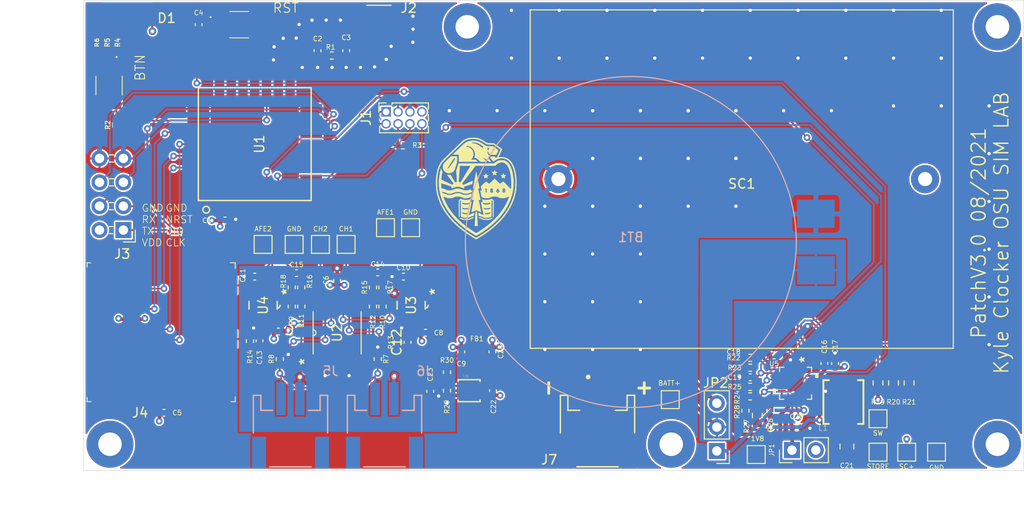
<source format=kicad_pcb>
(kicad_pcb (version 20171130) (host pcbnew 5.1.10-88a1d61d58~90~ubuntu20.04.1)
  (layers (0 F.Cu signal) (1 In1.Cu signal) (2 In2.Cu signal) (31 B.Cu signal) (34 B.Paste user) (35 F.Paste user) (36 B.SilkS user) (37 F.SilkS user) (38 B.Mask user) (39 F.Mask user) (44 Edge.Cuts user))
  (net 0 "")
  (net 1 GND)
  (net 2 VDD)
  (net 3 VDDA)
  (net 4 /NRST)
  (net 5 VCOM)
  (net 6 /AFE_CH2)
  (net 7 /AFE_CH1)
  (net 8 "/Havester and Power/SC+")
  (net 9 "Net-(D1-Pad4)")
  (net 10 "Net-(D1-Pad3)")
  (net 11 "Net-(D1-Pad2)")
  (net 12 /SW_CLK)
  (net 13 /SD_MISO)
  (net 14 /SD_CLK)
  (net 15 /SD_MOSI)
  (net 16 /SD_CS)
  (net 17 "Net-(R2-Pad2)")
  (net 18 /BTN)
  (net 19 /LED_R)
  (net 20 /LED_G)
  (net 21 /LED_B)
  (net 22 "Net-(R11-Pad2)")
  (net 23 "Net-(R19-Pad2)")
  (net 24 "Net-(R22-Pad1)")
  (net 25 "Net-(R29-Pad2)")
  (net 26 /GPIO0)
  (net 27 /GPIO1)
  (net 28 /GPIO2)
  (net 29 /GPIO3)
  (net 30 "Net-(U1-Pad28)")
  (net 31 /SW_DIO)
  (net 32 "Net-(BT1-Pad1)")
  (net 33 /RFIO)
  (net 34 /RFIO_ANT)
  (net 35 "Net-(C10-Pad1)")
  (net 36 "Net-(C11-Pad1)")
  (net 37 "Net-(C12-Pad2)")
  (net 38 "/Contact Mic AFE/REFB")
  (net 39 "Net-(C13-Pad2)")
  (net 40 "/Contact Mic AFE/REFA")
  (net 41 "Net-(C14-Pad2)")
  (net 42 "Net-(C15-Pad2)")
  (net 43 "Net-(C18-Pad1)")
  (net 44 /LDO_3V3_EN)
  (net 45 "Net-(C20-Pad1)")
  (net 46 "/Havester and Power/STORE")
  (net 47 /LPUART_TX)
  (net 48 /LPUART_RX)
  (net 49 "Net-(J4-Pad8)")
  (net 50 "Net-(J4-Pad1)")
  (net 51 "Net-(J5-Pad2)")
  (net 52 "Net-(J6-Pad2)")
  (net 53 "/Havester and Power/SW")
  (net 54 /~BATT_CHG)
  (net 55 "Net-(R10-Pad1)")
  (net 56 "Net-(R11-Pad1)")
  (net 57 "Net-(R12-Pad1)")
  (net 58 "Net-(R20-Pad2)")
  (net 59 /~BATT_CONN)
  (net 60 "Net-(R26-Pad2)")
  (net 61 "Net-(R27-Pad2)")
  (net 62 "Net-(TP10-Pad1)")
  (net 63 "Net-(U2-Pad8)")
  (net 64 "Net-(U2-Pad14)")
  (net 65 "Net-(U5-Pad17)")
  (net 66 "/Havester and Power/BATT_CHG")
  (net 67 "/Havester and Power/BATT")
  (net 68 "Net-(L1-Pad1)")
  (module Connector_PinHeader_2.54mm:PinHeader_2x04_P2.54mm_Horizontal (layer F.Cu) (at 54.229 74.422 180)
    (fp_text reference J3 (at 0.127 -2.54 180) (layer F.SilkS))
    (fp_text value Conn_02x04_Odd_Even)
    (pad 8 thru_hole oval (at 2.54 7.62 180) (size 1.7 1.7) (drill 1) (layers *.Cu *.Mask) (net 1 GND))
    (pad 7 thru_hole oval (at 0 7.62 180) (size 1.7 1.7) (drill 1) (layers *.Cu *.Mask) (net 1 GND))
    (pad 6 thru_hole oval (at 2.54 5.08 180) (size 1.7 1.7) (drill 1) (layers *.Cu *.Mask) (net 48 /LPUART_RX))
    (pad 5 thru_hole oval (at 0 5.08 180) (size 1.7 1.7) (drill 1) (layers *.Cu *.Mask) (net 4 /NRST))
    (pad 4 thru_hole oval (at 2.54 2.54 180) (size 1.7 1.7) (drill 1) (layers *.Cu *.Mask) (net 47 /LPUART_TX))
    (pad 3 thru_hole oval (at 0 2.54 180) (size 1.7 1.7) (drill 1) (layers *.Cu *.Mask) (net 31 /SW_DIO))
    (pad 2 thru_hole oval (at 2.54 0 180) (size 1.7 1.7) (drill 1) (layers *.Cu *.Mask) (net 2 VDD))
    (pad 1 thru_hole rect (at 0 0 180) (size 1.7 1.7) (drill 1) (layers *.Cu *.Mask) (net 12 /SW_CLK))
  )
  (module PatchV2:SM141K10LV (layer F.Cu) (at 120 69)
    (fp_text reference SC1 (at 0 0.5) (layer F.SilkS))
    (fp_text value Solar_Cell)
    (pad 2 thru_hole circle (at -19.5 0) (size 3 3) (drill 1.5) (layers *.Cu *.Mask) (net 1 GND))
    (pad 1 thru_hole circle (at 19.5 0) (size 3 3) (drill 1.5) (layers *.Cu *.Mask) (net 8 "/Havester and Power/SC+"))
  )
  (module Resistor_SMD:R_0603_1608Metric (layer F.Cu) (at 134.493 90.678 90)
    (fp_text reference R19 (at -2.032 0 180) (layer F.SilkS) (effects (font (size 0.508 0.508) (thickness 0.0762))))
    (fp_text value 10M)
    (pad 2 smd roundrect (at 0.825 0 90) (size 0.8 0.95) (layers F.Cu F.Paste F.Mask) (net 23 "Net-(R19-Pad2)"))
    (pad 1 smd roundrect (at -0.889 0 90) (size 0.8 0.95) (layers F.Cu F.Paste F.Mask) (net 8 "/Havester and Power/SC+"))
  )
  (module Capacitor_SMD:C_0402_1005Metric (layer F.Cu) (at 93.472 87.376 270)
    (fp_text reference C24 (at 0 -0.889 90) (layer F.SilkS) (effects (font (size 0.508 0.508) (thickness 0.0762))))
    (fp_text value 0.1uF)
    (pad 2 smd roundrect (at 0.48 0 270) (size 0.56 0.62) (layers F.Cu F.Paste F.Mask) (net 1 GND))
    (pad 1 smd roundrect (at -0.48 0 270) (size 0.56 0.62) (layers F.Cu F.Paste F.Mask) (net 2 VDD))
  )
  (module "PatchV2:HRS_U.FL-R-SMT(01)" (layer F.Cu) (at 81.407 51.816)
    (fp_text reference J2 (at 3.175 -1.016) (layer F.SilkS) (effects (font (size 1.001126 1.001126))))
    (fp_text value "U.FL-R-SMT(01)")
    (pad 1 smd rect (at -1.475 0) (size 1.1 2.25) (layers F.Cu F.Paste F.Mask) (net 1 GND))
    (pad 2 smd rect (at 1.475 0) (size 1.1 2.25) (layers F.Cu F.Paste F.Mask) (net 1 GND))
    (pad 3 smd rect (at 0 1.55) (size 1.05 1.1) (layers F.Cu F.Paste F.Mask) (net 34 /RFIO_ANT))
  )
  (module PatchV2:DFN-6_DC (layer F.Cu) (at 90.9955 91.5035)
    (fp_text reference U6 (at -0.3548 -1.55) (layer F.SilkS) (effects (font (size 0.314961 0.314961) (thickness 0.015))))
    (fp_text value LT3009IDCTRMPBF)
    (pad 1 smd rect (at -0.9524 -0.5) (size 0.8048 0.3) (layers F.Cu F.Paste F.Mask) (net 25 "Net-(R29-Pad2)"))
    (pad 2 smd rect (at -0.9524 0) (size 0.8048 0.3) (layers F.Cu F.Paste F.Mask) (net 5 VCOM))
    (pad 3 smd rect (at -0.9524 0.5) (size 0.8048 0.3) (layers F.Cu F.Paste F.Mask) (net 5 VCOM))
    (pad 4 smd rect (at 0.9524 0.5) (size 0.8048 0.3) (layers F.Cu F.Paste F.Mask) (net 2 VDD))
    (pad 5 smd rect (at 0.9524 0) (size 0.8048 0.3) (layers F.Cu F.Paste F.Mask) (net 2 VDD))
    (pad 6 smd rect (at 0.9524 -0.5) (size 0.8048 0.3) (layers F.Cu F.Paste F.Mask) (net 1 GND))
    (pad 7 smd rect (at 0 0) (size 0.61 1.42) (layers F.Cu F.Mask) (net 1 GND))
  )
  (module PatchV2:SPV1050TTR (layer F.Cu) (at 125.721 90.716 270)
    (fp_text reference U5 (at -2.07 2.277 180) (layer F.SilkS) (effects (font (size 0.508 0.508) (thickness 0.0762))))
    (fp_text value SPV1050TTR hide)
    (fp_text user * (at -2.5146 -1 90) (layer F.SilkS))
    (fp_text user * (at -2.5146 -1 90) (layer F.SilkS))
    (pad 1 smd rect (at -1.4732 -0.800001) (size 0.2032 0.8128) (layers F.Cu F.Paste F.Mask) (net 23 "Net-(R19-Pad2)"))
    (pad 2 smd rect (at -1.4732 -0.399999) (size 0.2032 0.8128) (layers F.Cu F.Paste F.Mask) (net 58 "Net-(R20-Pad2)"))
    (pad 3 smd rect (at -1.4732 0) (size 0.2032 0.8128) (layers F.Cu F.Paste F.Mask) (net 43 "Net-(C18-Pad1)"))
    (pad 4 smd rect (at -1.4732 0.399999) (size 0.2032 0.8128) (layers F.Cu F.Paste F.Mask) (net 1 GND))
    (pad 5 smd rect (at -1.4732 0.800001) (size 0.2032 0.8128) (layers F.Cu F.Paste F.Mask) (net 24 "Net-(R22-Pad1)"))
    (pad 6 smd rect (at -0.800001 1.4732 270) (size 0.2032 0.8128) (layers F.Cu F.Paste F.Mask) (net 44 /LDO_3V3_EN))
    (pad 7 smd rect (at -0.399999 1.4732 270) (size 0.2032 0.8128) (layers F.Cu F.Paste F.Mask) (net 54 /~BATT_CHG))
    (pad 8 smd rect (at 0 1.4732 270) (size 0.2032 0.8128) (layers F.Cu F.Paste F.Mask) (net 59 /~BATT_CONN))
    (pad 9 smd rect (at 0.399999 1.4732 270) (size 0.2032 0.8128) (layers F.Cu F.Paste F.Mask) (net 61 "Net-(R27-Pad2)"))
    (pad 10 smd rect (at 0.800001 1.4732 270) (size 0.2032 0.8128) (layers F.Cu F.Paste F.Mask) (net 60 "Net-(R26-Pad2)"))
    (pad 11 smd rect (at 1.4732 0.800001) (size 0.2032 0.8128) (layers F.Cu F.Paste F.Mask) (net 62 "Net-(TP10-Pad1)"))
    (pad 12 smd rect (at 1.4732 0.399999) (size 0.2032 0.8128) (layers F.Cu F.Paste F.Mask) (net 45 "Net-(C20-Pad1)"))
    (pad 13 smd rect (at 1.4732 0) (size 0.2032 0.8128) (layers F.Cu F.Paste F.Mask) (net 8 "/Havester and Power/SC+"))
    (pad 14 smd rect (at 1.4732 -0.399999) (size 0.2032 0.8128) (layers F.Cu F.Paste F.Mask) (net 67 "/Havester and Power/BATT"))
    (pad 15 smd rect (at 1.4732 -0.800001) (size 0.2032 0.8128) (layers F.Cu F.Paste F.Mask) (net 46 "/Havester and Power/STORE"))
    (pad 16 smd rect (at 0.800001 -1.4732 270) (size 0.2032 0.8128) (layers F.Cu F.Paste F.Mask) (net 53 "/Havester and Power/SW"))
    (pad 17 smd rect (at 0.399999 -1.4732 270) (size 0.2032 0.8128) (layers F.Cu F.Paste F.Mask) (net 65 "Net-(U5-Pad17)"))
    (pad 18 smd rect (at 0 -1.4732 270) (size 0.2032 0.8128) (layers F.Cu F.Paste F.Mask) (net 1 GND))
    (pad 19 smd rect (at -0.399999 -1.4732 270) (size 0.2032 0.8128) (layers F.Cu F.Paste F.Mask) (net 68 "Net-(L1-Pad1)"))
    (pad 20 smd rect (at -0.800001 -1.4732 270) (size 0.2032 0.8128) (layers F.Cu F.Paste F.Mask) (net 8 "/Havester and Power/SC+"))
    (pad 21 smd rect (at 0 0 270) (size 1.7018 1.7018) (layers F.Cu F.Paste F.Mask))
  )
  (module PatchV2:OPA2349EA (layer F.Cu) (at 69.088 82.423 270)
    (fp_text reference U4 (at 0 0 90) (layer F.SilkS))
    (fp_text value OPA2349EA_250 hide)
    (fp_text user * (at -1.4478 -2.5498 90) (layer F.SilkS))
    (fp_text user * (at -1.4478 -2.5498 90) (layer F.SilkS))
    (pad 1 smd rect (at -1.1938 -0.974999 270) (size 1.3208 0.4318) (layers F.Cu F.Paste F.Mask) (net 6 /AFE_CH2))
    (pad 2 smd rect (at -1.1938 -0.325001 270) (size 1.3208 0.4318) (layers F.Cu F.Paste F.Mask) (net 6 /AFE_CH2))
    (pad 3 smd rect (at -1.1938 0.325001 270) (size 1.3208 0.4318) (layers F.Cu F.Paste F.Mask) (net 36 "Net-(C11-Pad1)"))
    (pad 4 smd rect (at -1.1938 0.974999 270) (size 1.3208 0.4318) (layers F.Cu F.Paste F.Mask) (net 1 GND))
    (pad 5 smd rect (at 1.1938 0.974999 270) (size 1.3208 0.4318) (layers F.Cu F.Paste F.Mask) (net 5 VCOM))
    (pad 6 smd rect (at 1.1938 0.325001 270) (size 1.3208 0.4318) (layers F.Cu F.Paste F.Mask) (net 39 "Net-(C13-Pad2)"))
    (pad 7 smd rect (at 1.1938 -0.325001 270) (size 1.3208 0.4318) (layers F.Cu F.Paste F.Mask) (net 40 "/Contact Mic AFE/REFA"))
    (pad 8 smd rect (at 1.1938 -0.974999 270) (size 1.3208 0.4318) (layers F.Cu F.Paste F.Mask) (net 3 VDDA))
  )
  (module PatchV2:OPA2349EA (layer F.Cu) (at 84.836 82.423 270)
    (fp_text reference U3 (at 0 0 90) (layer F.SilkS))
    (fp_text value OPA2349EA_250 hide)
    (fp_text user * (at -1.4478 -2.5498 90) (layer F.SilkS))
    (fp_text user * (at -1.4478 -2.5498 90) (layer F.SilkS))
    (pad 1 smd rect (at -1.1938 -0.974999 270) (size 1.3208 0.4318) (layers F.Cu F.Paste F.Mask) (net 7 /AFE_CH1))
    (pad 2 smd rect (at -1.1938 -0.325001 270) (size 1.3208 0.4318) (layers F.Cu F.Paste F.Mask) (net 7 /AFE_CH1))
    (pad 3 smd rect (at -1.1938 0.325001 270) (size 1.3208 0.4318) (layers F.Cu F.Paste F.Mask) (net 35 "Net-(C10-Pad1)"))
    (pad 4 smd rect (at -1.1938 0.974999 270) (size 1.3208 0.4318) (layers F.Cu F.Paste F.Mask) (net 1 GND))
    (pad 5 smd rect (at 1.1938 0.974999 270) (size 1.3208 0.4318) (layers F.Cu F.Paste F.Mask) (net 5 VCOM))
    (pad 6 smd rect (at 1.1938 0.325001 270) (size 1.3208 0.4318) (layers F.Cu F.Paste F.Mask) (net 37 "Net-(C12-Pad2)"))
    (pad 7 smd rect (at 1.1938 -0.325001 270) (size 1.3208 0.4318) (layers F.Cu F.Paste F.Mask) (net 38 "/Contact Mic AFE/REFB"))
    (pad 8 smd rect (at 1.1938 -0.974999 270) (size 1.3208 0.4318) (layers F.Cu F.Paste F.Mask) (net 3 VDDA))
  )
  (module PatchV2:INA2321EA&slash_250 (layer F.Cu) (at 76.962 85.344 90)
    (fp_text reference U2 (at 0 0 90) (layer F.SilkS))
    (fp_text value INA2321EA_250 hide)
    (fp_text user * (at -3.0734 -3.4486 90) (layer F.SilkS))
    (fp_text user * (at -3.0734 -3.4486 90) (layer F.SilkS))
    (pad 1 smd rect (at -2.8194 -1.950001 90) (size 1.6764 0.3556) (layers F.Cu F.Paste F.Mask) (net 22 "Net-(R11-Pad2)"))
    (pad 2 smd rect (at -2.8194 -1.3 90) (size 1.6764 0.3556) (layers F.Cu F.Paste F.Mask) (net 5 VCOM))
    (pad 3 smd rect (at -2.8194 -0.649999 90) (size 1.6764 0.3556) (layers F.Cu F.Paste F.Mask) (net 51 "Net-(J5-Pad2)"))
    (pad 4 smd rect (at -2.8194 0 90) (size 1.6764 0.3556) (layers F.Cu F.Paste F.Mask) (net 1 GND))
    (pad 5 smd rect (at -2.8194 0.649999 90) (size 1.6764 0.3556) (layers F.Cu F.Paste F.Mask) (net 52 "Net-(J6-Pad2)"))
    (pad 6 smd rect (at -2.8194 1.3 90) (size 1.6764 0.3556) (layers F.Cu F.Paste F.Mask) (net 5 VCOM))
    (pad 7 smd rect (at -2.8194 1.949999 90) (size 1.6764 0.3556) (layers F.Cu F.Paste F.Mask) (net 55 "Net-(R10-Pad1)"))
    (pad 8 smd rect (at 2.8194 1.950001 90) (size 1.6764 0.3556) (layers F.Cu F.Paste F.Mask) (net 63 "Net-(U2-Pad8)"))
    (pad 9 smd rect (at 2.8194 1.3 90) (size 1.6764 0.3556) (layers F.Cu F.Paste F.Mask) (net 57 "Net-(R12-Pad1)"))
    (pad 10 smd rect (at 2.8194 0.650001 90) (size 1.6764 0.3556) (layers F.Cu F.Paste F.Mask) (net 38 "/Contact Mic AFE/REFB"))
    (pad 11 smd rect (at 2.8194 0 90) (size 1.6764 0.3556) (layers F.Cu F.Paste F.Mask) (net 3 VDDA))
    (pad 12 smd rect (at 2.8194 -0.649999 90) (size 1.6764 0.3556) (layers F.Cu F.Paste F.Mask) (net 40 "/Contact Mic AFE/REFA"))
    (pad 13 smd rect (at 2.8194 -1.3 90) (size 1.6764 0.3556) (layers F.Cu F.Paste F.Mask) (net 56 "Net-(R11-Pad1)"))
    (pad 14 smd rect (at 2.8194 -1.949999 90) (size 1.6764 0.3556) (layers F.Cu F.Paste F.Mask) (net 64 "Net-(U2-Pad14)"))
  )
  (module PatchV2:LoRa-E5 (layer F.Cu) (at 68.199 65.278 90)
    (fp_text reference U1 (at 0 0.5 90) (layer F.SilkS))
    (fp_text value LoRa-E5)
    (pad 4 smd rect (at -6 0 180) (size 1 2.3) (layers F.Cu F.Paste F.Mask) (net 12 /SW_CLK))
    (pad 3 smd rect (at -6 -1.25 180) (size 1 2.3) (layers F.Cu F.Paste F.Mask) (net 31 /SW_DIO))
    (pad 2 smd rect (at -6 -2.5 180) (size 1 2.3) (layers F.Cu F.Paste F.Mask) (net 1 GND))
    (pad 1 smd rect (at -6 -3.75 180) (size 1 2.3) (layers F.Cu F.Paste F.Mask) (net 2 VDD))
    (pad 5 smd rect (at -6 1.25 180) (size 1 2.3) (layers F.Cu F.Paste F.Mask) (net 44 /LDO_3V3_EN))
    (pad 6 smd rect (at -6 2.5 180) (size 1 2.3) (layers F.Cu F.Paste F.Mask) (net 6 /AFE_CH2))
    (pad 7 smd rect (at -6 3.75 180) (size 1 2.3) (layers F.Cu F.Paste F.Mask) (net 7 /AFE_CH1))
    (pad 11 smd rect (at 0 6 270) (size 1 2.3) (layers F.Cu F.Paste F.Mask) (net 29 /GPIO3))
    (pad 10 smd rect (at -1.25 6 270) (size 1 2.3) (layers F.Cu F.Paste F.Mask) (net 28 /GPIO2))
    (pad 9 smd rect (at -2.5 6 270) (size 1 2.3) (layers F.Cu F.Paste F.Mask) (net 27 /GPIO1))
    (pad 8 smd rect (at -3.75 6 270) (size 1 2.3) (layers F.Cu F.Paste F.Mask) (net 26 /GPIO0))
    (pad 12 smd rect (at 1.25 6 270) (size 1 2.3) (layers F.Cu F.Paste F.Mask) (net 47 /LPUART_TX))
    (pad 13 smd rect (at 2.5 6 270) (size 1 2.3) (layers F.Cu F.Paste F.Mask) (net 48 /LPUART_RX))
    (pad 14 smd rect (at 3.75 6 270) (size 1 2.3) (layers F.Cu F.Paste F.Mask) (net 1 GND))
    (pad 18 smd rect (at 6 0) (size 1 2.3) (layers F.Cu F.Paste F.Mask) (net 19 /LED_R))
    (pad 17 smd rect (at 6 1.25) (size 1 2.3) (layers F.Cu F.Paste F.Mask) (net 4 /NRST))
    (pad 16 smd rect (at 6 2.5) (size 1 2.3) (layers F.Cu F.Paste F.Mask) (net 1 GND))
    (pad 15 smd rect (at 6 3.75) (size 1 2.3) (layers F.Cu F.Paste F.Mask) (net 33 /RFIO))
    (pad 19 smd rect (at 6 -1.25) (size 1 2.3) (layers F.Cu F.Paste F.Mask) (net 20 /LED_G))
    (pad 20 smd rect (at 6 -2.5) (size 1 2.3) (layers F.Cu F.Paste F.Mask) (net 21 /LED_B))
    (pad 21 smd rect (at 6 -3.75) (size 1 2.3) (layers F.Cu F.Paste F.Mask) (net 59 /~BATT_CONN))
    (pad 25 smd rect (at 0 -6 90) (size 1 2.3) (layers F.Cu F.Paste F.Mask) (net 16 /SD_CS))
    (pad 24 smd rect (at 1.25 -6 90) (size 1 2.3) (layers F.Cu F.Paste F.Mask) (net 14 /SD_CLK))
    (pad 23 smd rect (at 2.5 -6 90) (size 1 2.3) (layers F.Cu F.Paste F.Mask) (net 18 /BTN))
    (pad 22 smd rect (at 3.75 -6 90) (size 1 2.3) (layers F.Cu F.Paste F.Mask) (net 1 GND))
    (pad 26 smd rect (at -1.25 -6 90) (size 1 2.3) (layers F.Cu F.Paste F.Mask) (net 13 /SD_MISO))
    (pad 27 smd rect (at -2.5 -6 90) (size 1 2.3) (layers F.Cu F.Paste F.Mask) (net 15 /SD_MOSI))
    (pad 28 smd rect (at -3.75 -6 90) (size 1 2.3) (layers F.Cu F.Paste F.Mask) (net 30 "Net-(U1-Pad28)"))
  )
  (module TestPoint:TestPoint_Pad_1.5x1.5mm (layer F.Cu) (at 112.395 92.456 90)
    (fp_text reference BATT+ (at 1.758 -0.094 180) (layer F.SilkS) (effects (font (size 0.508 0.508) (thickness 0.0762))))
    (fp_text value TestPoint)
    (pad 1 smd rect (at 0 0 90) (size 1.5 1.5) (layers F.Cu F.Mask) (net 32 "Net-(BT1-Pad1)"))
  )
  (module TestPoint:TestPoint_Pad_1.5x1.5mm (layer F.Cu) (at 134.493 98.044 180)
    (fp_text reference STORE (at 0 -1.524) (layer F.SilkS) (effects (font (size 0.508 0.508) (thickness 0.0762))))
    (fp_text value TestPoint)
    (pad 1 smd rect (at 0 0 180) (size 1.5 1.5) (layers F.Cu F.Mask) (net 46 "/Havester and Power/STORE"))
  )
  (module TestPoint:TestPoint_Pad_1.5x1.5mm (layer F.Cu) (at 121.539 98.298 270)
    (fp_text reference 1V8 (at -1.689 -0.136) (layer F.SilkS) (effects (font (size 0.508 0.508) (thickness 0.0762))))
    (fp_text value TestPoint)
    (pad 1 smd rect (at 0 0 270) (size 1.5 1.5) (layers F.Cu F.Mask) (net 62 "Net-(TP10-Pad1)"))
  )
  (module TestPoint:TestPoint_Pad_1.5x1.5mm (layer F.Cu) (at 134.493 94.488 180)
    (fp_text reference SW (at 0 -1.524) (layer F.SilkS) (effects (font (size 0.508 0.508) (thickness 0.0762))))
    (fp_text value TestPoint)
    (pad 1 smd rect (at 0 0 180) (size 1.5 1.5) (layers F.Cu F.Mask) (net 53 "/Havester and Power/SW"))
  )
  (module TestPoint:TestPoint_Pad_1.5x1.5mm (layer F.Cu) (at 137.541 98.044 270)
    (fp_text reference SC+ (at 1.524 0) (layer F.SilkS) (effects (font (size 0.508 0.508) (thickness 0.0762))))
    (fp_text value TestPoint)
    (pad 1 smd rect (at 0 0 270) (size 1.5 1.5) (layers F.Cu F.Mask) (net 8 "/Havester and Power/SC+"))
  )
  (module TestPoint:TestPoint_Pad_1.5x1.5mm (layer F.Cu) (at 140.716 98.044 270)
    (fp_text reference GND (at 1.651 0 180) (layer F.SilkS) (effects (font (size 0.508 0.508) (thickness 0.0762))))
    (fp_text value TestPoint)
    (pad 1 smd rect (at 0 0 270) (size 1.5 1.5) (layers F.Cu F.Mask) (net 1 GND))
  )
  (module TestPoint:TestPoint_Pad_1.5x1.5mm (layer F.Cu) (at 75.184 75.946)
    (fp_text reference CH2 (at 0 -1.648) (layer F.SilkS) (effects (font (size 0.508 0.508) (thickness 0.0762))))
    (fp_text value TestPoint)
    (pad 1 smd rect (at 0 0) (size 1.5 1.5) (layers F.Cu F.Mask) (net 56 "Net-(R11-Pad1)"))
  )
  (module TestPoint:TestPoint_Pad_1.5x1.5mm (layer F.Cu) (at 77.9145 75.946)
    (fp_text reference CH1 (at 0 -1.648) (layer F.SilkS) (effects (font (size 0.508 0.508) (thickness 0.0762))))
    (fp_text value TestPoint)
    (pad 1 smd rect (at 0 0) (size 1.5 1.5) (layers F.Cu F.Mask) (net 57 "Net-(R12-Pad1)"))
  )
  (module TestPoint:TestPoint_Pad_1.5x1.5mm (layer F.Cu) (at 69.088 75.946)
    (fp_text reference AFE2 (at 0 -1.651) (layer F.SilkS) (effects (font (size 0.508 0.508) (thickness 0.0762))))
    (fp_text value TestPoint)
    (pad 1 smd rect (at 0 0) (size 1.5 1.5) (layers F.Cu F.Mask) (net 6 /AFE_CH2))
  )
  (module TestPoint:TestPoint_Pad_1.5x1.5mm (layer F.Cu) (at 82.1055 74.168)
    (fp_text reference AFE1 (at 0 -1.648) (layer F.SilkS) (effects (font (size 0.508 0.508) (thickness 0.0762))))
    (fp_text value TestPoint)
    (pad 1 smd rect (at 0 0) (size 1.5 1.5) (layers F.Cu F.Mask) (net 7 /AFE_CH1))
  )
  (module TestPoint:TestPoint_Pad_1.5x1.5mm (layer F.Cu) (at 72.39 75.946)
    (fp_text reference GND (at 0 -1.648) (layer F.SilkS) (effects (font (size 0.508 0.508) (thickness 0.0762))))
    (fp_text value TestPoint)
    (pad 1 smd rect (at 0 0) (size 1.5 1.5) (layers F.Cu F.Mask) (net 1 GND))
  )
  (module TestPoint:TestPoint_Pad_1.5x1.5mm (layer F.Cu) (at 84.7725 74.168)
    (fp_text reference GND (at 0 -1.648) (layer F.SilkS) (effects (font (size 0.508 0.508) (thickness 0.0762))))
    (fp_text value TestPoint)
    (pad 1 smd rect (at 0 0) (size 1.5 1.5) (layers F.Cu F.Mask) (net 1 GND))
  )
  (module Resistor_SMD:R_0402_1005Metric (layer F.Cu) (at 88.646 89.535 90)
    (fp_text reference R30 (at 1.27 0 180) (layer F.SilkS) (effects (font (size 0.508 0.508) (thickness 0.0762))))
    (fp_text value "590k 1%")
    (pad 2 smd roundrect (at 0.51 0 90) (size 0.54 0.64) (layers F.Cu F.Paste F.Mask) (net 1 GND))
    (pad 1 smd roundrect (at -0.51 0 90) (size 0.54 0.64) (layers F.Cu F.Paste F.Mask) (net 25 "Net-(R29-Pad2)"))
  )
  (module Resistor_SMD:R_0402_1005Metric (layer F.Cu) (at 88.646 91.5035 90)
    (fp_text reference R29 (at -1.7145 0 90) (layer F.SilkS) (effects (font (size 0.508 0.508) (thickness 0.0762))))
    (fp_text value "1M 1%")
    (pad 2 smd roundrect (at 0.51 0 90) (size 0.54 0.64) (layers F.Cu F.Paste F.Mask) (net 25 "Net-(R29-Pad2)"))
    (pad 1 smd roundrect (at -0.51 0 90) (size 0.54 0.64) (layers F.Cu F.Paste F.Mask) (net 5 VCOM))
  )
  (module Resistor_SMD:R_0402_1005Metric (layer F.Cu) (at 120.387 93.637 270)
    (fp_text reference R28 (at 0.127 0.889 90) (layer F.SilkS) (effects (font (size 0.508 0.508) (thickness 0.0762))))
    (fp_text value 2.94M)
    (pad 2 smd roundrect (at 0.51 0 270) (size 0.54 0.64) (layers F.Cu F.Paste F.Mask) (net 1 GND))
    (pad 1 smd roundrect (at -0.51 0 270) (size 0.54 0.64) (layers F.Cu F.Paste F.Mask) (net 61 "Net-(R27-Pad2)"))
  )
  (module Resistor_SMD:R_0603_1608Metric (layer F.Cu) (at 121.657 94.145 90)
    (fp_text reference R27 (at -1.143 -1.143 90) (layer F.SilkS) (effects (font (size 0.508 0.508) (thickness 0.0762))))
    (fp_text value 1.05M)
    (pad 2 smd roundrect (at 0.825 0 90) (size 0.8 0.95) (layers F.Cu F.Paste F.Mask) (net 61 "Net-(R27-Pad2)"))
    (pad 1 smd roundrect (at -0.825 0 90) (size 0.8 0.95) (layers F.Cu F.Paste F.Mask) (net 60 "Net-(R26-Pad2)"))
  )
  (module Resistor_SMD:R_0402_1005Metric (layer F.Cu) (at 123.054 93.637 90)
    (fp_text reference R26 (at -1.524 0 90) (layer F.SilkS) (effects (font (size 0.508 0.508) (thickness 0.0762))))
    (fp_text value 6.04M)
    (pad 2 smd roundrect (at 0.51 0 90) (size 0.54 0.64) (layers F.Cu F.Paste F.Mask) (net 60 "Net-(R26-Pad2)"))
    (pad 1 smd roundrect (at -0.51 0 90) (size 0.54 0.64) (layers F.Cu F.Paste F.Mask) (net 46 "/Havester and Power/STORE"))
  )
  (module Resistor_SMD:R_0402_1005Metric (layer F.Cu) (at 120.893 91.097)
    (fp_text reference R25 (at -1.649 0) (layer F.SilkS) (effects (font (size 0.508 0.508) (thickness 0.0762))))
    (fp_text value 10M)
    (pad 2 smd roundrect (at 0.51 0) (size 0.54 0.64) (layers F.Cu F.Paste F.Mask) (net 54 /~BATT_CHG))
    (pad 1 smd roundrect (at -0.51 0) (size 0.54 0.64) (layers F.Cu F.Paste F.Mask) (net 46 "/Havester and Power/STORE"))
  )
  (module Resistor_SMD:R_0402_1005Metric (layer F.Cu) (at 120.893 92.113)
    (fp_text reference R24 (at -1.386 0.089 90) (layer F.SilkS) (effects (font (size 0.508 0.508) (thickness 0.0762))))
    (fp_text value 10M)
    (pad 2 smd roundrect (at 0.51 0) (size 0.54 0.64) (layers F.Cu F.Paste F.Mask) (net 59 /~BATT_CONN))
    (pad 1 smd roundrect (at -0.51 0) (size 0.54 0.64) (layers F.Cu F.Paste F.Mask) (net 46 "/Havester and Power/STORE"))
  )
  (module Resistor_SMD:R_0402_1005Metric (layer F.Cu) (at 120.895 89.065 180)
    (fp_text reference R23 (at 1.651 0) (layer F.SilkS) (effects (font (size 0.508 0.508) (thickness 0.0762))))
    (fp_text value "1M 1%")
    (pad 2 smd roundrect (at 0.51 0 180) (size 0.54 0.64) (layers F.Cu F.Paste F.Mask) (net 46 "/Havester and Power/STORE"))
    (pad 1 smd roundrect (at -0.51 0 180) (size 0.54 0.64) (layers F.Cu F.Paste F.Mask) (net 44 /LDO_3V3_EN))
  )
  (module Resistor_SMD:R_0402_1005Metric (layer F.Cu) (at 120.902 88.011 180)
    (fp_text reference R22 (at 1.778 0) (layer F.SilkS) (effects (font (size 0.508 0.508) (thickness 0.0762))))
    (fp_text value 0)
    (pad 2 smd roundrect (at 0.51 0 180) (size 0.54 0.64) (layers F.Cu F.Paste F.Mask) (net 1 GND))
    (pad 1 smd roundrect (at -0.51 0 180) (size 0.54 0.64) (layers F.Cu F.Paste F.Mask) (net 24 "Net-(R22-Pad1)"))
  )
  (module Resistor_SMD:R_0603_1608Metric (layer F.Cu) (at 137.795 90.678 270)
    (fp_text reference R21 (at 2.032 0 180) (layer F.SilkS) (effects (font (size 0.508 0.508) (thickness 0.0762))))
    (fp_text value 3.83M)
    (pad 2 smd roundrect (at 0.825 0 270) (size 0.8 0.95) (layers F.Cu F.Paste F.Mask) (net 1 GND))
    (pad 1 smd roundrect (at -0.825 0 270) (size 0.8 0.95) (layers F.Cu F.Paste F.Mask) (net 58 "Net-(R20-Pad2)"))
  )
  (module Resistor_SMD:R_0603_1608Metric (layer F.Cu) (at 136.144 90.678 90)
    (fp_text reference R20 (at -2.032 0 180) (layer F.SilkS) (effects (font (size 0.508 0.508) (thickness 0.0762))))
    (fp_text value 909k)
    (pad 2 smd roundrect (at 0.825 0 90) (size 0.8 0.95) (layers F.Cu F.Paste F.Mask) (net 58 "Net-(R20-Pad2)"))
    (pad 1 smd roundrect (at -0.825 0 90) (size 0.8 0.95) (layers F.Cu F.Paste F.Mask) (net 23 "Net-(R19-Pad2)"))
  )
  (module Resistor_SMD:R_0402_1005Metric (layer F.Cu) (at 72.136 80.518 90)
    (fp_text reference R18 (at 0.635 -0.889 90) (layer F.SilkS) (effects (font (size 0.508 0.508) (thickness 0.0762))))
    (fp_text value "90.9k 0.1%")
    (pad 2 smd roundrect (at 0.51 0 90) (size 0.54 0.64) (layers F.Cu F.Paste F.Mask) (net 42 "Net-(C15-Pad2)"))
    (pad 1 smd roundrect (at -0.51 0 90) (size 0.54 0.64) (layers F.Cu F.Paste F.Mask) (net 36 "Net-(C11-Pad1)"))
  )
  (module Resistor_SMD:R_0402_1005Metric (layer F.Cu) (at 81.788 80.518 90)
    (fp_text reference R17 (at 0 0.8255 90) (layer F.SilkS) (effects (font (size 0.508 0.508) (thickness 0.0762))))
    (fp_text value "90.9k 0.1%")
    (pad 2 smd roundrect (at 0.51 0 90) (size 0.54 0.64) (layers F.Cu F.Paste F.Mask) (net 41 "Net-(C14-Pad2)"))
    (pad 1 smd roundrect (at -0.51 0 90) (size 0.54 0.64) (layers F.Cu F.Paste F.Mask) (net 35 "Net-(C10-Pad1)"))
  )
  (module Resistor_SMD:R_0402_1005Metric (layer F.Cu) (at 73.152 80.518 270)
    (fp_text reference R16 (at -0.635 -0.889 90) (layer F.SilkS) (effects (font (size 0.508 0.508) (thickness 0.0762))))
    (fp_text value "90.9k 0.1%")
    (pad 2 smd roundrect (at 0.51 0 270) (size 0.54 0.64) (layers F.Cu F.Paste F.Mask) (net 56 "Net-(R11-Pad1)"))
    (pad 1 smd roundrect (at -0.51 0 270) (size 0.54 0.64) (layers F.Cu F.Paste F.Mask) (net 42 "Net-(C15-Pad2)"))
  )
  (module Resistor_SMD:R_0402_1005Metric (layer F.Cu) (at 80.772 80.518 270)
    (fp_text reference R15 (at 0 0.889 90) (layer F.SilkS) (effects (font (size 0.508 0.508) (thickness 0.0762))))
    (fp_text value "90.9k 0.1%")
    (pad 2 smd roundrect (at 0.51 0 270) (size 0.54 0.64) (layers F.Cu F.Paste F.Mask) (net 57 "Net-(R12-Pad1)"))
    (pad 1 smd roundrect (at -0.51 0 270) (size 0.54 0.64) (layers F.Cu F.Paste F.Mask) (net 41 "Net-(C14-Pad2)"))
  )
  (module Resistor_SMD:R_0402_1005Metric (layer F.Cu) (at 67.691 86.233 270)
    (fp_text reference R14 (at 1.651 0 90) (layer F.SilkS) (effects (font (size 0.508 0.508) (thickness 0.0762))))
    (fp_text value "632k 0.1%")
    (pad 2 smd roundrect (at 0.51 0 270) (size 0.54 0.64) (layers F.Cu F.Paste F.Mask) (net 56 "Net-(R11-Pad1)"))
    (pad 1 smd roundrect (at -0.51 0 270) (size 0.54 0.64) (layers F.Cu F.Paste F.Mask) (net 39 "Net-(C13-Pad2)"))
  )
  (module Resistor_SMD:R_0402_1005Metric (layer F.Cu) (at 83.439 86.36 270)
    (fp_text reference R13 (at 0 0.762 90) (layer F.SilkS) (effects (font (size 0.508 0.508) (thickness 0.0762))))
    (fp_text value "632k 0.1%")
    (pad 2 smd roundrect (at 0.51 0 270) (size 0.54 0.64) (layers F.Cu F.Paste F.Mask) (net 57 "Net-(R12-Pad1)"))
    (pad 1 smd roundrect (at -0.51 0 270) (size 0.54 0.64) (layers F.Cu F.Paste F.Mask) (net 37 "Net-(C12-Pad2)"))
  )
  (module Resistor_SMD:R_0402_1005Metric (layer F.Cu) (at 80.772 82.55 270)
    (fp_text reference R12 (at 1.651 0 90) (layer F.SilkS) (effects (font (size 0.508 0.508) (thickness 0.0762))))
    (fp_text value "90.9k 0.1%")
    (pad 2 smd roundrect (at 0.51 0 270) (size 0.54 0.64) (layers F.Cu F.Paste F.Mask) (net 55 "Net-(R10-Pad1)"))
    (pad 1 smd roundrect (at -0.51 0 270) (size 0.54 0.64) (layers F.Cu F.Paste F.Mask) (net 57 "Net-(R12-Pad1)"))
  )
  (module Resistor_SMD:R_0402_1005Metric (layer F.Cu) (at 73.152 82.55 270)
    (fp_text reference R11 (at 1.524 0 90) (layer F.SilkS) (effects (font (size 0.508 0.508) (thickness 0.0762))))
    (fp_text value "90.9k 0.1%")
    (pad 2 smd roundrect (at 0.51 0 270) (size 0.54 0.64) (layers F.Cu F.Paste F.Mask) (net 22 "Net-(R11-Pad2)"))
    (pad 1 smd roundrect (at -0.51 0 270) (size 0.54 0.64) (layers F.Cu F.Paste F.Mask) (net 56 "Net-(R11-Pad1)"))
  )
  (module Resistor_SMD:R_0402_1005Metric (layer F.Cu) (at 81.788 82.55 90)
    (fp_text reference R10 (at -1.651 0 90) (layer F.SilkS) (effects (font (size 0.508 0.508) (thickness 0.0762))))
    (fp_text value "10k 0.1%")
    (pad 2 smd roundrect (at 0.51 0 90) (size 0.54 0.64) (layers F.Cu F.Paste F.Mask) (net 38 "/Contact Mic AFE/REFB"))
    (pad 1 smd roundrect (at -0.51 0 90) (size 0.54 0.64) (layers F.Cu F.Paste F.Mask) (net 55 "Net-(R10-Pad1)"))
  )
  (module Resistor_SMD:R_0402_1005Metric (layer F.Cu) (at 72.136 82.55 90)
    (fp_text reference R9 (at -1.524 0 90) (layer F.SilkS) (effects (font (size 0.508 0.508) (thickness 0.0762))))
    (fp_text value "10k 0.1%")
    (pad 2 smd roundrect (at 0.51 0 90) (size 0.54 0.64) (layers F.Cu F.Paste F.Mask) (net 40 "/Contact Mic AFE/REFA"))
    (pad 1 smd roundrect (at -0.51 0 90) (size 0.54 0.64) (layers F.Cu F.Paste F.Mask) (net 22 "Net-(R11-Pad2)"))
  )
  (module Resistor_SMD:R_0402_1005Metric (layer F.Cu) (at 70.866 88.138 270)
    (fp_text reference R8 (at 0 0.889 90) (layer F.SilkS) (effects (font (size 0.508 0.508) (thickness 0.0762))))
    (fp_text value "1M 0.1%")
    (pad 2 smd roundrect (at 0.51 0 270) (size 0.54 0.64) (layers F.Cu F.Paste F.Mask) (net 51 "Net-(J5-Pad2)"))
    (pad 1 smd roundrect (at -0.51 0 270) (size 0.54 0.64) (layers F.Cu F.Paste F.Mask) (net 5 VCOM))
  )
  (module Resistor_SMD:R_0402_1005Metric (layer F.Cu) (at 81.28 88.138 270)
    (fp_text reference R7 (at 0 -0.889 90) (layer F.SilkS) (effects (font (size 0.508 0.508) (thickness 0.0762))))
    (fp_text value "1M 0.1%")
    (pad 2 smd roundrect (at 0.51 0 270) (size 0.54 0.64) (layers F.Cu F.Paste F.Mask) (net 52 "Net-(J6-Pad2)"))
    (pad 1 smd roundrect (at -0.51 0 270) (size 0.54 0.64) (layers F.Cu F.Paste F.Mask) (net 5 VCOM))
  )
  (module Resistor_SMD:R_0402_1005Metric (layer F.Cu) (at 83.947 65.405)
    (fp_text reference R3 (at 1.524 0) (layer F.SilkS) (effects (font (size 0.508 0.508) (thickness 0.0762))))
    (fp_text value 0)
    (pad 2 smd roundrect (at 0.51 0) (size 0.54 0.64) (layers F.Cu F.Paste F.Mask) (net 54 /~BATT_CHG))
    (pad 1 smd roundrect (at -0.51 0) (size 0.54 0.64) (layers F.Cu F.Paste F.Mask) (net 26 /GPIO0))
  )
  (module Resistor_SMD:R_0402_1005Metric (layer F.Cu) (at 76.4032 55.8546)
    (fp_text reference R1 (at -0.127 -0.889) (layer F.SilkS) (effects (font (size 0.508 0.508) (thickness 0.0762))))
    (fp_text value 0)
    (pad 2 smd roundrect (at 0.51 0) (size 0.54 0.64) (layers F.Cu F.Paste F.Mask) (net 34 /RFIO_ANT))
    (pad 1 smd roundrect (at -0.51 0) (size 0.54 0.64) (layers F.Cu F.Paste F.Mask) (net 33 /RFIO))
  )
  (module PatchV2:WE-LHMI_4020 (layer F.Cu) (at 130.81 92.71 270)
    (fp_text reference L1 (at 3.103 2.159 180) (layer F.SilkS) (effects (font (size 0.57912 0.57912) (thickness 0.048768)) (justify bottom)))
    (fp_text value 22uH)
    (pad 1 smd rect (at -1.85 0 270) (size 1.5 2.4) (layers F.Cu F.Paste F.Mask) (net 68 "Net-(L1-Pad1)"))
    (pad 2 smd rect (at 1.85 0 270) (size 1.5 2.4) (layers F.Cu F.Paste F.Mask) (net 53 "/Havester and Power/SW"))
  )
  (module Connector_PinHeader_2.54mm:PinHeader_1x03_P2.54mm_Vertical (layer F.Cu) (at 117.348 97.917 180)
    (fp_text reference JP2 (at 0.127 7.239) (layer F.SilkS))
    (fp_text value Jumper_NC_Dual)
    (pad 3 thru_hole oval (at 0 5.08 180) (size 1.7 1.7) (drill 1) (layers *.Cu *.Mask) (net 66 "/Havester and Power/BATT_CHG"))
    (pad 2 thru_hole oval (at 0 2.54 180) (size 1.7 1.7) (drill 1) (layers *.Cu *.Mask) (net 32 "Net-(BT1-Pad1)"))
    (pad 1 thru_hole rect (at 0 0 180) (size 1.7 1.7) (drill 1) (layers *.Cu *.Mask) (net 67 "/Havester and Power/BATT"))
  )
  (module Connector_PinHeader_2.54mm:PinHeader_1x02_P2.54mm_Vertical (layer F.Cu) (at 125.34 97.828 90)
    (fp_text reference JP1 (at 0 -2.15 90) (layer F.SilkS) (effects (font (size 0.508 0.508) (thickness 0.0762))))
    (fp_text value Jumper)
    (pad 2 thru_hole oval (at 0 2.54 90) (size 1.7 1.7) (drill 1) (layers *.Cu *.Mask) (net 2 VDD))
    (pad 1 thru_hole rect (at 0 0 90) (size 1.7 1.7) (drill 1) (layers *.Cu *.Mask) (net 45 "Net-(C20-Pad1)"))
  )
  (module PatchV2:JST-S2B-PH-SM4-TBLFSN-Manufacturer_Recommended (layer F.Cu) (at 104.656 95.796)
    (fp_text reference J7 (at -6.096 3.048) (layer F.SilkS) (effects (justify left)))
    (fp_text value "JST PH SM4 S2B" hide)
    (pad 1 smd rect (at -1.000001 -3.450001) (size 1.000001 3.500001) (layers F.Cu F.Paste F.Mask) (net 1 GND))
    (pad 2 smd rect (at 1.000001 -3.450001) (size 1.000001 3.500001) (layers F.Cu F.Paste F.Mask) (net 66 "/Havester and Power/BATT_CHG"))
    (pad MP1 smd rect (at -3.350001 2.3) (size 1.5 3.400001) (layers F.Cu F.Paste F.Mask))
    (pad MP2 smd rect (at 3.350001 2.3) (size 1.5 3.400001) (layers F.Cu F.Paste F.Mask))
  )
  (module Connector_PinSocket_1.27mm:PinSocket_2x04_P1.27mm_Vertical (layer F.Cu) (at 82.169 61.849 90)
    (fp_text reference J1 (at -0.635 -2.135 90) (layer F.SilkS))
    (fp_text value Conn_02x04_Counter_Clockwise)
    (pad 8 thru_hole oval (at -1.27 3.81 90) (size 1 1) (drill 0.7) (layers *.Cu *.Mask) (net 7 /AFE_CH1))
    (pad 7 thru_hole oval (at 0 3.81 90) (size 1 1) (drill 0.7) (layers *.Cu *.Mask) (net 2 VDD))
    (pad 6 thru_hole oval (at -1.27 2.54 90) (size 1 1) (drill 0.7) (layers *.Cu *.Mask) (net 6 /AFE_CH2))
    (pad 5 thru_hole oval (at 0 2.54 90) (size 1 1) (drill 0.7) (layers *.Cu *.Mask) (net 1 GND))
    (pad 4 thru_hole oval (at -1.27 1.27 90) (size 1 1) (drill 0.7) (layers *.Cu *.Mask) (net 26 /GPIO0))
    (pad 3 thru_hole oval (at 0 1.27 90) (size 1 1) (drill 0.7) (layers *.Cu *.Mask) (net 29 /GPIO3))
    (pad 2 thru_hole oval (at -1.27 0 90) (size 1 1) (drill 0.7) (layers *.Cu *.Mask) (net 27 /GPIO1))
    (pad 1 thru_hole rect (at 0 0 90) (size 1 1) (drill 0.7) (layers *.Cu *.Mask) (net 28 /GPIO2))
  )
  (module Inductor_SMD:L_0402_1005Metric (layer F.Cu) (at 91.821 86.868)
    (fp_text reference FB1 (at 0 -0.889) (layer F.SilkS) (effects (font (size 0.508 0.508) (thickness 0.0762))))
    (fp_text value "600 Ohm")
    (pad 2 smd roundrect (at 0.485 0) (size 0.59 0.64) (layers F.Cu F.Paste F.Mask) (net 2 VDD))
    (pad 1 smd roundrect (at -0.485 0) (size 0.59 0.64) (layers F.Cu F.Paste F.Mask) (net 3 VDDA))
  )
  (module Capacitor_SMD:C_0402_1005Metric (layer F.Cu) (at 86.868 91.567 90)
    (fp_text reference C23 (at 1.778 0 90) (layer F.SilkS) (effects (font (size 0.508 0.508) (thickness 0.0762))))
    (fp_text value 0.1uF)
    (pad 2 smd roundrect (at 0.48 0 90) (size 0.56 0.62) (layers F.Cu F.Paste F.Mask) (net 1 GND))
    (pad 1 smd roundrect (at -0.48 0 90) (size 0.56 0.62) (layers F.Cu F.Paste F.Mask) (net 5 VCOM))
  )
  (module Capacitor_SMD:C_0402_1005Metric (layer F.Cu) (at 93.5355 91.5035 90)
    (fp_text reference C22 (at -1.7145 0.0635 90) (layer F.SilkS) (effects (font (size 0.508 0.508) (thickness 0.0762))))
    (fp_text value 0.1uF)
    (pad 2 smd roundrect (at 0.48 0 90) (size 0.56 0.62) (layers F.Cu F.Paste F.Mask) (net 1 GND))
    (pad 1 smd roundrect (at -0.48 0 90) (size 0.56 0.62) (layers F.Cu F.Paste F.Mask) (net 2 VDD))
  )
  (module Capacitor_SMD:C_0805_2012Metric (layer F.Cu) (at 131.182 97.447 270)
    (fp_text reference C21 (at 2.032 0) (layer F.SilkS) (effects (font (size 0.508 0.508) (thickness 0.0762))))
    (fp_text value 47uF)
    (pad 2 smd roundrect (at 0.95 0 270) (size 1 1.45) (layers F.Cu F.Paste F.Mask) (net 1 GND))
    (pad 1 smd roundrect (at -0.95 0 270) (size 1 1.45) (layers F.Cu F.Paste F.Mask) (net 46 "/Havester and Power/STORE"))
  )
  (module Capacitor_SMD:C_0402_1005Metric (layer F.Cu) (at 125.848 95.415)
    (fp_text reference C20 (at 0 -1.16) (layer F.SilkS) (effects (font (size 0.508 0.508) (thickness 0.0762))))
    (fp_text value 10uF)
    (pad 2 smd roundrect (at 0.48 0) (size 0.56 0.62) (layers F.Cu F.Paste F.Mask) (net 1 GND))
    (pad 1 smd roundrect (at -0.48 0) (size 0.56 0.62) (layers F.Cu F.Paste F.Mask) (net 45 "Net-(C20-Pad1)"))
  )
  (module Capacitor_SMD:C_0402_1005Metric (layer F.Cu) (at 120.895 90.081 180)
    (fp_text reference C19 (at 1.651 0) (layer F.SilkS) (effects (font (size 0.508 0.508) (thickness 0.0762))))
    (fp_text value 0.1uF)
    (pad 2 smd roundrect (at 0.48 0 180) (size 0.56 0.62) (layers F.Cu F.Paste F.Mask) (net 1 GND))
    (pad 1 smd roundrect (at -0.48 0 180) (size 0.56 0.62) (layers F.Cu F.Paste F.Mask) (net 44 /LDO_3V3_EN))
  )
  (module Capacitor_SMD:C_0402_1005Metric (layer F.Cu) (at 123.444 87.757 180)
    (fp_text reference C18 (at 4.318 0.381) (layer F.SilkS) (effects (font (size 0.508 0.508) (thickness 0.0762))))
    (fp_text value 10nF)
    (pad 2 smd roundrect (at 0.48 0 180) (size 0.56 0.62) (layers F.Cu F.Paste F.Mask) (net 1 GND))
    (pad 1 smd roundrect (at -0.48 0 180) (size 0.56 0.62) (layers F.Cu F.Paste F.Mask) (net 43 "Net-(C18-Pad1)"))
  )
  (module Capacitor_SMD:C_0402_1005Metric (layer F.Cu) (at 129.93 88.608 90)
    (fp_text reference C17 (at 1.778 0 90) (layer F.SilkS) (effects (font (size 0.508 0.508) (thickness 0.0762))))
    (fp_text value 0.1uF)
    (pad 2 smd roundrect (at 0.48 0 90) (size 0.56 0.62) (layers F.Cu F.Paste F.Mask) (net 1 GND))
    (pad 1 smd roundrect (at -0.48 0 90) (size 0.56 0.62) (layers F.Cu F.Paste F.Mask) (net 8 "/Havester and Power/SC+"))
  )
  (module Capacitor_SMD:C_0402_1005Metric (layer F.Cu) (at 128.787 88.608 90)
    (fp_text reference C16 (at 1.778 0 90) (layer F.SilkS) (effects (font (size 0.508 0.508) (thickness 0.0762))))
    (fp_text value 10uF)
    (pad 2 smd roundrect (at 0.48 0 90) (size 0.56 0.62) (layers F.Cu F.Paste F.Mask) (net 1 GND))
    (pad 1 smd roundrect (at -0.48 0 90) (size 0.56 0.62) (layers F.Cu F.Paste F.Mask) (net 8 "/Havester and Power/SC+"))
  )
  (module Capacitor_SMD:C_0402_1005Metric (layer F.Cu) (at 72.644 78.994)
    (fp_text reference C15 (at 0 -0.889) (layer F.SilkS) (effects (font (size 0.508 0.508) (thickness 0.0762))))
    (fp_text value 220p)
    (pad 2 smd roundrect (at 0.48 0) (size 0.56 0.62) (layers F.Cu F.Paste F.Mask) (net 42 "Net-(C15-Pad2)"))
    (pad 1 smd roundrect (at -0.48 0) (size 0.56 0.62) (layers F.Cu F.Paste F.Mask) (net 6 /AFE_CH2))
  )
  (module Capacitor_SMD:C_0402_1005Metric (layer F.Cu) (at 81.28 78.9305)
    (fp_text reference C14 (at 0 -0.889) (layer F.SilkS) (effects (font (size 0.508 0.508) (thickness 0.0762))))
    (fp_text value 220p)
    (pad 2 smd roundrect (at 0.48 0) (size 0.56 0.62) (layers F.Cu F.Paste F.Mask) (net 41 "Net-(C14-Pad2)"))
    (pad 1 smd roundrect (at -0.48 0) (size 0.56 0.62) (layers F.Cu F.Paste F.Mask) (net 7 /AFE_CH1))
  )
  (module Capacitor_SMD:C_0402_1005Metric (layer F.Cu) (at 68.707 86.205 90)
    (fp_text reference C13 (at -1.778 0 90) (layer F.SilkS) (effects (font (size 0.508 0.508) (thickness 0.0762))))
    (fp_text value 0.1uF)
    (pad 2 smd roundrect (at 0.48 0 90) (size 0.56 0.62) (layers F.Cu F.Paste F.Mask) (net 39 "Net-(C13-Pad2)"))
    (pad 1 smd roundrect (at -0.48 0 90) (size 0.56 0.62) (layers F.Cu F.Paste F.Mask) (net 40 "/Contact Mic AFE/REFA"))
  )
  (module Capacitor_SMD:C_0402_1005Metric (layer F.Cu) (at 84.455 86.36 90)
    (fp_text reference C12 (at 0 -1.16 90) (layer F.SilkS))
    (fp_text value 0.1uF)
    (pad 2 smd roundrect (at 0.48 0 90) (size 0.56 0.62) (layers F.Cu F.Paste F.Mask) (net 37 "Net-(C12-Pad2)"))
    (pad 1 smd roundrect (at -0.48 0 90) (size 0.56 0.62) (layers F.Cu F.Paste F.Mask) (net 38 "/Contact Mic AFE/REFB"))
  )
  (module Capacitor_SMD:C_0402_1005Metric (layer F.Cu) (at 68.199 79.375 180)
    (fp_text reference C11 (at 1.27 0.127 90) (layer F.SilkS) (effects (font (size 0.508 0.508) (thickness 0.0762))))
    (fp_text value 220p)
    (pad 2 smd roundrect (at 0.48 0 180) (size 0.56 0.62) (layers F.Cu F.Paste F.Mask) (net 5 VCOM))
    (pad 1 smd roundrect (at -0.48 0 180) (size 0.56 0.62) (layers F.Cu F.Paste F.Mask) (net 36 "Net-(C11-Pad1)"))
  )
  (module Capacitor_SMD:C_0402_1005Metric (layer F.Cu) (at 84.0105 79.375 180)
    (fp_text reference C10 (at 0 0.9525) (layer F.SilkS) (effects (font (size 0.508 0.508) (thickness 0.0762))))
    (fp_text value 220p)
    (pad 2 smd roundrect (at 0.48 0 180) (size 0.56 0.62) (layers F.Cu F.Paste F.Mask) (net 5 VCOM))
    (pad 1 smd roundrect (at -0.48 0 180) (size 0.56 0.62) (layers F.Cu F.Paste F.Mask) (net 35 "Net-(C10-Pad1)"))
  )
  (module Capacitor_SMD:C_0402_1005Metric (layer F.Cu) (at 90.17 87.376 270)
    (fp_text reference C9 (at 1.27 0 180) (layer F.SilkS) (effects (font (size 0.508 0.508) (thickness 0.0762))))
    (fp_text value 0.1uF)
    (pad 2 smd roundrect (at 0.48 0 270) (size 0.56 0.62) (layers F.Cu F.Paste F.Mask) (net 1 GND))
    (pad 1 smd roundrect (at -0.48 0 270) (size 0.56 0.62) (layers F.Cu F.Paste F.Mask) (net 3 VDDA))
  )
  (module Capacitor_SMD:C_0402_1005Metric (layer F.Cu) (at 86.36 85.344)
    (fp_text reference C8 (at 1.397 0) (layer F.SilkS) (effects (font (size 0.508 0.508) (thickness 0.0762))))
    (fp_text value 0.1uF)
    (pad 2 smd roundrect (at 0.48 0) (size 0.56 0.62) (layers F.Cu F.Paste F.Mask) (net 1 GND))
    (pad 1 smd roundrect (at -0.48 0) (size 0.56 0.62) (layers F.Cu F.Paste F.Mask) (net 3 VDDA))
  )
  (module Capacitor_SMD:C_0402_1005Metric (layer F.Cu) (at 70.711 85.217)
    (fp_text reference C7 (at 1.27 0 90) (layer F.SilkS) (effects (font (size 0.508 0.508) (thickness 0.0762))))
    (fp_text value 0.1uF)
    (pad 2 smd roundrect (at 0.48 0) (size 0.56 0.62) (layers F.Cu F.Paste F.Mask) (net 1 GND))
    (pad 1 smd roundrect (at -0.48 0) (size 0.56 0.62) (layers F.Cu F.Paste F.Mask) (net 3 VDDA))
  )
  (module Capacitor_SMD:C_0402_1005Metric (layer F.Cu) (at 76.962 79.756 90)
    (fp_text reference C6 (at 0 -1.16 90) (layer F.SilkS) (effects (font (size 0.508 0.508) (thickness 0.0762))))
    (fp_text value 0.1uF)
    (pad 2 smd roundrect (at 0.48 0 90) (size 0.56 0.62) (layers F.Cu F.Paste F.Mask) (net 1 GND))
    (pad 1 smd roundrect (at -0.48 0 90) (size 0.56 0.62) (layers F.Cu F.Paste F.Mask) (net 3 VDDA))
  )
  (module Capacitor_SMD:C_0402_1005Metric (layer F.Cu) (at 58.547 93.853)
    (fp_text reference C5 (at 1.397 0) (layer F.SilkS) (effects (font (size 0.508 0.508) (thickness 0.0762))))
    (fp_text value 0.1uF)
    (pad 2 smd roundrect (at 0.48 0) (size 0.56 0.62) (layers F.Cu F.Paste F.Mask) (net 1 GND))
    (pad 1 smd roundrect (at -0.48 0) (size 0.56 0.62) (layers F.Cu F.Paste F.Mask) (net 2 VDD))
  )
  (module Capacitor_SMD:C_0402_1005Metric (layer F.Cu) (at 62.23 52.578 270)
    (fp_text reference C4 (at -1.27 0 180) (layer F.SilkS) (effects (font (size 0.508 0.508) (thickness 0.0762))))
    (fp_text value 0.1uF)
    (pad 2 smd roundrect (at 0.48 0 270) (size 0.56 0.62) (layers F.Cu F.Paste F.Mask) (net 1 GND))
    (pad 1 smd roundrect (at -0.48 0 270) (size 0.56 0.62) (layers F.Cu F.Paste F.Mask) (net 4 /NRST))
  )
  (module Capacitor_SMD:C_0402_1005Metric (layer F.Cu) (at 77.9272 55.3466 90)
    (fp_text reference C3 (at 1.397 0) (layer F.SilkS) (effects (font (size 0.508 0.508) (thickness 0.0762))))
    (fp_text value DNP)
    (pad 2 smd roundrect (at 0.48 0 90) (size 0.56 0.62) (layers F.Cu F.Paste F.Mask) (net 1 GND))
    (pad 1 smd roundrect (at -0.48 0 90) (size 0.56 0.62) (layers F.Cu F.Paste F.Mask) (net 34 /RFIO_ANT))
  )
  (module Capacitor_SMD:C_0402_1005Metric (layer F.Cu) (at 74.8792 55.3466 90)
    (fp_text reference C2 (at 1.27 0) (layer F.SilkS) (effects (font (size 0.508 0.508) (thickness 0.0762))))
    (fp_text value DNP)
    (pad 2 smd roundrect (at 0.48 0 90) (size 0.56 0.62) (layers F.Cu F.Paste F.Mask) (net 1 GND))
    (pad 1 smd roundrect (at -0.48 0 90) (size 0.56 0.62) (layers F.Cu F.Paste F.Mask) (net 33 /RFIO))
  )
  (module Capacitor_SMD:C_0402_1005Metric (layer F.Cu) (at 65.024 73.406)
    (fp_text reference C1 (at -1.905 0) (layer F.SilkS) (effects (font (size 0.508 0.508) (thickness 0.0762))))
    (fp_text value 0.1uF)
    (pad 2 smd roundrect (at 0.48 0) (size 0.56 0.62) (layers F.Cu F.Paste F.Mask) (net 1 GND))
    (pad 1 smd roundrect (at -0.48 0) (size 0.56 0.62) (layers F.Cu F.Paste F.Mask) (net 2 VDD))
  )
  (module PatchV2:RJD-ST1 (layer B.Cu) (at 108.204 75.692)
    (fp_text reference BT1 (at 0 -0.5) (layer B.SilkS) (effects (justify mirror)))
    (fp_text value "3.7V 500mAh")
    (pad 1 smd rect (at 19.675 3) (size 4 3) (layers B.Cu B.Paste B.Mask) (net 32 "Net-(BT1-Pad1)"))
    (pad 2 smd rect (at 19.675 -3) (size 4 3) (layers B.Cu B.Paste B.Mask) (net 1 GND))
  )
  (module digikey-footprints:MicroSD_2908-05WB-MG (layer F.Cu) (at 55.3 87.2 90)
    (fp_text reference J4 (at -6.653 0.707 180) (layer F.SilkS))
    (fp_text value 2908-05WB-MG)
    (pad 9 smd rect (at -4.66 -3.85 90) (size 1.4 1.9) (layers F.Cu F.Paste F.Mask) (net 1 GND))
    (pad 9 smd rect (at 8.85 -2.85 90) (size 1.4 1.9) (layers F.Cu F.Paste F.Mask) (net 1 GND))
    (pad 9 smd rect (at 6.89 10.3 90) (size 1.8 1.4) (layers F.Cu F.Paste F.Mask) (net 1 GND))
    (pad 9 smd rect (at 1.19 10.3 90) (size 1.8 1.4) (layers F.Cu F.Paste F.Mask) (net 1 GND))
    (pad 8 smd rect (at 7.7 0 90) (size 0.8 1.5) (layers F.Cu F.Paste F.Mask) (net 49 "Net-(J4-Pad8)"))
    (pad 7 smd rect (at 6.6 0 90) (size 0.8 1.5) (layers F.Cu F.Paste F.Mask) (net 13 /SD_MISO))
    (pad 6 smd rect (at 5.5 -0.2 90) (size 0.8 1.5) (layers F.Cu F.Paste F.Mask) (net 1 GND))
    (pad 5 smd rect (at 4.4 0 90) (size 0.8 1.5) (layers F.Cu F.Paste F.Mask) (net 14 /SD_CLK))
    (pad 4 smd rect (at 3.3 -0.2 90) (size 0.8 1.5) (layers F.Cu F.Paste F.Mask) (net 2 VDD))
    (pad 3 smd rect (at 2.2 0 90) (size 0.8 1.5) (layers F.Cu F.Paste F.Mask) (net 15 /SD_MOSI))
    (pad 2 smd rect (at 1.1 0.4 90) (size 0.8 1.5) (layers F.Cu F.Paste F.Mask) (net 16 /SD_CS))
    (pad 1 smd rect (at 0 0 90) (size 0.8 1.5) (layers F.Cu F.Paste F.Mask) (net 50 "Net-(J4-Pad1)"))
  )
  (module "OSU SIM FULL:LOGO_small" (layer F.Cu) (at 91.7575 69.977)
    (fp_text reference G*** hide)
    (fp_text value LOGO hide)
  )
  (module MountingHole:MountingHole_2.5mm_Pad (layer F.Cu) (at 90.8 52.8)
    (fp_text reference REF** hide)
    (fp_text value MountingHole_2.5mm_Pad)
    (pad 1 thru_hole circle (at 0 0) (size 5 5) (drill 2.5) (layers *.Cu *.Mask))
  )
  (module MountingHole:MountingHole_2.5mm_Pad (layer F.Cu) (at 112.5 97.2)
    (fp_text reference REF** hide)
    (fp_text value MountingHole_2.5mm_Pad)
    (pad 1 thru_hole circle (at 0 0) (size 5 5) (drill 2.5) (layers *.Cu *.Mask))
  )
  (module MountingHole:MountingHole_2.5mm_Pad (layer F.Cu) (at 147.2 52.8)
    (fp_text reference REF** hide)
    (fp_text value MountingHole_2.5mm_Pad)
    (pad 1 thru_hole circle (at 0 0) (size 5 5) (drill 2.5) (layers *.Cu *.Mask))
  )
  (module MountingHole:MountingHole_2.5mm_Pad (layer F.Cu) (at 147.2 97.2)
    (fp_text reference REF** hide)
    (fp_text value MountingHole_2.5mm_Pad)
    (pad 1 thru_hole circle (at 0 0) (size 5 5) (drill 2.5) (layers *.Cu *.Mask))
  )
  (module MountingHole:MountingHole_2.5mm_Pad (layer F.Cu) (at 52.8 97.2)
    (fp_text reference REF** hide)
    (fp_text value MountingHole_2.5mm_Pad)
    (pad 1 thru_hole circle (at 0 0) (size 5 5) (drill 2.5) (layers *.Cu *.Mask))
  )
  (module PatchV2:KMR742NGLFS (layer F.Cu) (at 52.705 59.055 270)
    (fp_text reference BTN (at -1.905 -3.302 90) (layer F.SilkS) (effects (font (size 1.016 1.016) (thickness 0.1016))))
    (fp_text value KMR742NGLFS hide)
    (pad 4 smd rect (at 2.05 -0.8 270) (size 0.9 1) (layers F.Cu F.Paste F.Mask) (net 17 "Net-(R2-Pad2)"))
    (pad 3 smd rect (at 2.05 0.8 270) (size 0.9 1) (layers F.Cu F.Paste F.Mask) (net 1 GND))
    (pad 2 smd rect (at -2.05 0.8 270) (size 0.9 1) (layers F.Cu F.Paste F.Mask) (net 1 GND))
    (pad 1 smd rect (at -2.05 -0.8 270) (size 0.9 1) (layers F.Cu F.Paste F.Mask) (net 17 "Net-(R2-Pad2)"))
  )
  (module PatchV2:KMR742NGLFS (layer F.Cu) (at 66.548 52.578)
    (fp_text reference RST (at 4.953 -1.778) (layer F.SilkS) (effects (font (size 1.016 1.016) (thickness 0.1016))))
    (fp_text value KMR742NGLFS hide)
    (pad 4 smd rect (at 2.05 -0.8) (size 0.9 1) (layers F.Cu F.Paste F.Mask) (net 4 /NRST))
    (pad 3 smd rect (at 2.05 0.8) (size 0.9 1) (layers F.Cu F.Paste F.Mask) (net 1 GND))
    (pad 2 smd rect (at -2.05 0.8) (size 0.9 1) (layers F.Cu F.Paste F.Mask) (net 1 GND))
    (pad 1 smd rect (at -2.05 -0.8) (size 0.9 1) (layers F.Cu F.Paste F.Mask) (net 4 /NRST))
  )
  (module Resistor_SMD:R_0402_1005Metric (layer F.Cu) (at 51.421 52.879 90)
    (fp_text reference R6 (at -1.6 0 90) (layer F.SilkS) (effects (font (size 0.4 0.5) (thickness 0.1))))
    (fp_text value 1.5k)
    (pad 2 smd roundrect (at 0.485 0 90) (size 0.59 0.64) (layers F.Cu F.Paste F.Mask) (net 9 "Net-(D1-Pad4)"))
    (pad 1 smd roundrect (at -0.485 0 90) (size 0.59 0.64) (layers F.Cu F.Paste F.Mask) (net 21 /LED_B))
  )
  (module Resistor_SMD:R_0402_1005Metric (layer F.Cu) (at 52.521 52.879 90)
    (fp_text reference R5 (at -1.6 0 270) (layer F.SilkS) (effects (font (size 0.5 0.5) (thickness 0.1))))
    (fp_text value 1.5k)
    (pad 2 smd roundrect (at 0.485 0 90) (size 0.59 0.64) (layers F.Cu F.Paste F.Mask) (net 10 "Net-(D1-Pad3)"))
    (pad 1 smd roundrect (at -0.485 0 90) (size 0.59 0.64) (layers F.Cu F.Paste F.Mask) (net 20 /LED_G))
  )
  (module Resistor_SMD:R_0402_1005Metric (layer F.Cu) (at 53.621 52.879 90)
    (fp_text reference R4 (at -1.6 0 90) (layer F.SilkS) (effects (font (size 0.5 0.5) (thickness 0.1))))
    (fp_text value 1.5k)
    (pad 2 smd roundrect (at 0.485 0 90) (size 0.59 0.64) (layers F.Cu F.Paste F.Mask) (net 11 "Net-(D1-Pad2)"))
    (pad 1 smd roundrect (at -0.485 0 90) (size 0.59 0.64) (layers F.Cu F.Paste F.Mask) (net 19 /LED_R))
  )
  (module Resistor_SMD:R_0402_1005Metric (layer F.Cu) (at 53.975 63.246 180)
    (fp_text reference R2 (at 1.4 0 90) (layer F.SilkS) (effects (font (size 0.5 0.5) (thickness 0.1))))
    (fp_text value 1.5k)
    (pad 2 smd roundrect (at 0.485 0 180) (size 0.59 0.64) (layers F.Cu F.Paste F.Mask) (net 17 "Net-(R2-Pad2)"))
    (pad 1 smd roundrect (at -0.485 0 180) (size 0.59 0.64) (layers F.Cu F.Paste F.Mask) (net 18 /BTN))
  )
  (module PatchV2:JST-S2B-PH-SM4-TBLFSN-Manufacturer_Recommended (layer B.Cu) (at 82 95.8 180)
    (fp_text reference J6 (at -5.199999 6.375002) (layer B.SilkS) (effects (justify left mirror)))
    (fp_text value "JST PH SM4 S2B" hide)
    (pad 1 smd rect (at -1.000001 3.450001 180) (size 1.000001 3.500001) (layers B.Cu B.Paste B.Mask) (net 1 GND))
    (pad 2 smd rect (at 1.000001 3.450001 180) (size 1.000001 3.500001) (layers B.Cu B.Paste B.Mask) (net 52 "Net-(J6-Pad2)"))
    (pad MP1 smd rect (at -3.350001 -2.3 180) (size 1.5 3.400001) (layers B.Cu B.Paste B.Mask))
    (pad MP2 smd rect (at 3.350001 -2.3 180) (size 1.5 3.400001) (layers B.Cu B.Paste B.Mask))
  )
  (module PatchV2:JST-S2B-PH-SM4-TBLFSN-Manufacturer_Recommended (layer B.Cu) (at 72 95.8 180)
    (fp_text reference J5 (at -5.199999 6.375002) (layer B.SilkS) (effects (justify left mirror)))
    (fp_text value "JST PH SM4 S2B" hide)
    (pad 1 smd rect (at -1.000001 3.450001 180) (size 1.000001 3.500001) (layers B.Cu B.Paste B.Mask) (net 1 GND))
    (pad 2 smd rect (at 1.000001 3.450001 180) (size 1.000001 3.500001) (layers B.Cu B.Paste B.Mask) (net 51 "Net-(J5-Pad2)"))
    (pad MP1 smd rect (at -3.350001 -2.3 180) (size 1.5 3.400001) (layers B.Cu B.Paste B.Mask))
    (pad MP2 smd rect (at 3.350001 -2.3 180) (size 1.5 3.400001) (layers B.Cu B.Paste B.Mask))
  )
  (module PatchV2:LED_1.6x1.6 (layer F.Cu) (at 56.421 51.879)
    (fp_text reference D1 (at 2.4 0) (layer F.SilkS))
    (fp_text value LED_ARGB)
    (pad 4 smd rect (at 0.875 -0.5) (size 0.85 0.5) (layers F.Cu F.Paste F.Mask) (net 9 "Net-(D1-Pad4)"))
    (pad 3 smd rect (at -0.875 -0.5) (size 0.85 0.5) (layers F.Cu F.Paste F.Mask) (net 10 "Net-(D1-Pad3)"))
    (pad 2 smd rect (at -0.875 0.5) (size 0.85 0.5) (layers F.Cu F.Paste F.Mask) (net 11 "Net-(D1-Pad2)"))
    (pad 1 smd rect (at 0.875 0.5) (size 0.85 0.5) (layers F.Cu F.Paste F.Mask) (net 2 VDD))
  )
  (gr_text "GND\nNRST\nDIO\nCLK" (at 58.674 73.914) (layer F.SilkS) (effects (font (size 0.762 0.762) (thickness 0.0762)) (justify left)))
  (gr_text "GND\nRX\nTX\nVDD" (at 56.134 73.914) (layer F.SilkS) (effects (font (size 0.762 0.762) (thickness 0.0762)) (justify left)))
  (gr_text - (at 99.576 91.224 270) (layer F.SilkS) (effects (font (size 1.5 1.5) (thickness 0.3))))
  (gr_text + (at 109.736 91.224 270) (layer F.SilkS) (effects (font (size 1.5 1.5) (thickness 0.3))))
  (gr_text "PatchV3.0 08/2021\nKyle Clocker OSU SIM LAB\n" (at 146.4056 74.7268 90) (layer F.SilkS) (effects (font (size 1.5 1.5))))
  (gr_line (start 50 100) (end 50 50) (layer Edge.Cuts) (width 0.05))
  (gr_line (start 150 100) (end 50 100) (layer Edge.Cuts) (width 0.05))
  (gr_line (start 150 50) (end 150 100) (layer Edge.Cuts) (width 0.05))
  (gr_line (start 50 50) (end 150 50) (layer Edge.Cuts) (width 0.05))
  (via (at 85.021068 54.445642) (size 0.7) (drill 0.35) (layers F.Cu B.Cu) (net 1))
  (via (at 85.036396 53.059128) (size 0.7) (drill 0.35) (layers F.Cu B.Cu) (net 1))
  (via (at 85.027384 51.671198) (size 0.7) (drill 0.35) (layers F.Cu B.Cu) (net 1))
  (via (at 76.427629 57.1266) (size 0.7) (drill 0.35) (layers F.Cu B.Cu) (net 1))
  (via (at 73.254739 57.128045) (size 0.7) (drill 0.35) (layers F.Cu B.Cu) (net 1))
  (via (at 74.880356 57.126599) (size 0.7) (drill 0.35) (layers F.Cu B.Cu) (net 1))
  (via (at 79.437377 57.127728) (size 0.7) (drill 0.35) (layers F.Cu B.Cu) (net 1))
  (via (at 80.943382 57.064058) (size 0.7) (drill 0.35) (layers F.Cu B.Cu) (net 1))
  (via (at 82.198108 56.271701) (size 0.7) (drill 0.35) (layers F.Cu B.Cu) (net 1))
  (via (at 82.706115 54.877137) (size 0.7) (drill 0.35) (layers F.Cu B.Cu) (net 1))
  (via (at 77.926229 57.1266) (size 0.7) (drill 0.35) (layers F.Cu B.Cu) (net 1))
  (via (at 75.801491 52.0908) (size 0.7) (drill 0.35) (layers F.Cu B.Cu) (net 1))
  (via (at 74.289982 52.0908) (size 0.7) (drill 0.35) (layers F.Cu B.Cu) (net 1))
  (via (at 72.917459 52.55599) (size 0.7) (drill 0.35) (layers F.Cu B.Cu) (net 1))
  (via (at 71.224128 54.025626) (size 0.7) (drill 0.35) (layers F.Cu B.Cu) (net 1))
  (via (at 70.253585 54.929798) (size 0.7) (drill 0.35) (layers F.Cu B.Cu) (net 1))
  (via (at 70.201 56.316791) (size 0.7) (drill 0.35) (layers F.Cu B.Cu) (net 1))
  (via (at 77.313 52.0908) (size 0.7) (drill 0.35) (layers F.Cu B.Cu) (net 1))
  (via (at 72.614 53.9958) (size 0.7) (drill 0.35) (layers F.Cu B.Cu) (net 1))
  (via (at 76.962 78.486) (size 0.7) (drill 0.35) (layers F.Cu B.Cu) (net 1))
  (segment (start 76.962 79.276) (end 76.962 78.486) (width 0.381) (layer F.Cu) (net 1))
  (via (at 66.167 73.279) (size 0.7) (drill 0.35) (layers F.Cu B.Cu) (net 1))
  (segment (start 66.04 73.406) (end 66.167 73.279) (width 0.381) (layer F.Cu) (net 1))
  (segment (start 65.504 73.406) (end 66.04 73.406) (width 0.381) (layer F.Cu) (net 1))
  (via (at 83.058 89.916) (size 0.7) (drill 0.35) (layers F.Cu B.Cu) (net 1))
  (segment (start 83.000001 89.973999) (end 83.058 89.916) (width 0.381) (layer B.Cu) (net 1))
  (segment (start 83.000001 92.349999) (end 83.000001 89.973999) (width 0.381) (layer B.Cu) (net 1))
  (via (at 73.025 90.043) (size 0.7) (drill 0.35) (layers F.Cu B.Cu) (net 1))
  (segment (start 73.000001 90.067999) (end 73.025 90.043) (width 0.381) (layer B.Cu) (net 1))
  (segment (start 73.000001 92.349999) (end 73.000001 90.067999) (width 0.381) (layer B.Cu) (net 1))
  (via (at 83.058 81.153) (size 0.7) (drill 0.35) (layers F.Cu B.Cu) (net 1))
  (segment (start 83.1342 81.2292) (end 83.058 81.153) (width 0.381) (layer F.Cu) (net 1))
  (segment (start 83.861001 81.2292) (end 83.1342 81.2292) (width 0.381) (layer F.Cu) (net 1))
  (segment (start 71.191 85.217) (end 71.628 85.217) (width 0.381) (layer F.Cu) (net 1))
  (via (at 71.755 85.09) (size 0.7) (drill 0.35) (layers F.Cu B.Cu) (net 1))
  (segment (start 71.628 85.217) (end 71.755 85.09) (width 0.381) (layer F.Cu) (net 1))
  (via (at 129.921 87.503) (size 0.7) (drill 0.35) (layers F.Cu B.Cu) (net 1))
  (segment (start 129.93 87.512) (end 129.921 87.503) (width 0.1778) (layer F.Cu) (net 1))
  (segment (start 129.93 88.128) (end 129.93 87.512) (width 0.1778) (layer F.Cu) (net 1))
  (via (at 127.253922 95.503922) (size 0.7) (drill 0.35) (layers F.Cu B.Cu) (net 1))
  (segment (start 126.328 95.415) (end 127.165 95.415) (width 0.381) (layer F.Cu) (net 1))
  (segment (start 127.165 95.415) (end 127.253922 95.503922) (width 0.381) (layer F.Cu) (net 1))
  (segment (start 125.321001 89.2428) (end 125.3108 89.2428) (width 0.1778) (layer F.Cu) (net 1))
  (via (at 128.905 91.567) (size 0.7) (drill 0.35) (layers F.Cu B.Cu) (net 1))
  (segment (start 128.085698 90.747698) (end 128.905 91.567) (width 0.1778) (layer F.Cu) (net 1))
  (segment (start 127.225898 90.747698) (end 128.085698 90.747698) (width 0.1778) (layer F.Cu) (net 1))
  (segment (start 127.1942 90.716) (end 127.225898 90.747698) (width 0.1778) (layer F.Cu) (net 1))
  (via (at 119.761 90.043) (size 0.7) (drill 0.35) (layers F.Cu B.Cu) (net 1))
  (segment (start 119.799 90.081) (end 119.761 90.043) (width 0.381) (layer F.Cu) (net 1))
  (segment (start 120.415 90.081) (end 119.799 90.081) (width 0.381) (layer F.Cu) (net 1))
  (via (at 120.396 94.996) (size 0.7) (drill 0.35) (layers F.Cu B.Cu) (net 1))
  (segment (start 120.387 94.987) (end 120.396 94.996) (width 0.381) (layer F.Cu) (net 1))
  (segment (start 120.387 94.147) (end 120.387 94.987) (width 0.381) (layer F.Cu) (net 1))
  (segment (start 125.321001 89.2428) (end 125.321001 88.38084) (width 0.1778) (layer F.Cu) (net 1))
  (segment (start 128.787 86.42904) (end 127.012108 84.654148) (width 0.1778) (layer F.Cu) (net 1))
  (segment (start 128.787 88.128) (end 128.787 86.42904) (width 0.1778) (layer F.Cu) (net 1))
  (via (at 125.175369 88.235208) (size 0.7) (drill 0.35) (layers F.Cu B.Cu) (net 1))
  (via (at 127.012108 84.654148) (size 0.7) (drill 0.35) (layers F.Cu B.Cu) (net 1))
  (segment (start 125.321001 88.38084) (end 125.175369 88.235208) (width 0.1778) (layer F.Cu) (net 1))
  (via (at 95.504 51.054) (size 0.7) (drill 0.35) (layers F.Cu B.Cu) (net 1))
  (via (at 100.584 51.054) (size 0.7) (drill 0.35) (layers F.Cu B.Cu) (net 1))
  (via (at 105.664 51.054) (size 0.7) (drill 0.35) (layers F.Cu B.Cu) (net 1))
  (via (at 110.744 51.054) (size 0.7) (drill 0.35) (layers F.Cu B.Cu) (net 1))
  (via (at 115.824 51.054) (size 0.7) (drill 0.35) (layers F.Cu B.Cu) (net 1))
  (via (at 120.904 51.054) (size 0.7) (drill 0.35) (layers F.Cu B.Cu) (net 1))
  (via (at 125.984 51.054) (size 0.7) (drill 0.35) (layers F.Cu B.Cu) (net 1))
  (via (at 131.064 51.054) (size 0.7) (drill 0.35) (layers F.Cu B.Cu) (net 1))
  (via (at 136.144 51.054) (size 0.7) (drill 0.35) (layers F.Cu B.Cu) (net 1))
  (via (at 141.224 51.054) (size 0.7) (drill 0.35) (layers F.Cu B.Cu) (net 1))
  (via (at 95.504 56.134) (size 0.7) (drill 0.35) (layers F.Cu B.Cu) (net 1))
  (via (at 100.584 56.134) (size 0.7) (drill 0.35) (layers F.Cu B.Cu) (net 1))
  (via (at 105.664 56.134) (size 0.7) (drill 0.35) (layers F.Cu B.Cu) (net 1))
  (via (at 110.744 56.134) (size 0.7) (drill 0.35) (layers F.Cu B.Cu) (net 1))
  (via (at 115.824 56.134) (size 0.7) (drill 0.35) (layers F.Cu B.Cu) (net 1))
  (via (at 120.904 56.134) (size 0.7) (drill 0.35) (layers F.Cu B.Cu) (net 1))
  (via (at 125.984 56.134) (size 0.7) (drill 0.35) (layers F.Cu B.Cu) (net 1))
  (via (at 131.064 56.134) (size 0.7) (drill 0.35) (layers F.Cu B.Cu) (net 1))
  (via (at 136.144 56.134) (size 0.7) (drill 0.35) (layers F.Cu B.Cu) (net 1))
  (via (at 141.224 56.134) (size 0.7) (drill 0.35) (layers F.Cu B.Cu) (net 1))
  (via (at 141.224 56.134) (size 0.7) (drill 0.35) (layers F.Cu B.Cu) (net 1))
  (via (at 136.144 61.214) (size 0.7) (drill 0.35) (layers F.Cu B.Cu) (net 1))
  (via (at 141.224 61.214) (size 0.7) (drill 0.35) (layers F.Cu B.Cu) (net 1))
  (via (at 146.304 61.214) (size 0.7) (drill 0.35) (layers F.Cu B.Cu) (net 1))
  (via (at 146.304 66.294) (size 0.7) (drill 0.35) (layers F.Cu B.Cu) (net 1))
  (via (at 146.304 71.374) (size 0.7) (drill 0.35) (layers F.Cu B.Cu) (net 1))
  (via (at 146.304 76.454) (size 0.7) (drill 0.35) (layers F.Cu B.Cu) (net 1))
  (via (at 146.304 81.534) (size 0.7) (drill 0.35) (layers F.Cu B.Cu) (net 1))
  (via (at 146.304 86.614) (size 0.7) (drill 0.35) (layers F.Cu B.Cu) (net 1))
  (via (at 88.9 61.722) (size 0.7) (drill 0.35) (layers F.Cu B.Cu) (net 1))
  (via (at 93.98 61.722) (size 0.7) (drill 0.35) (layers F.Cu B.Cu) (net 1))
  (via (at 99.06 61.722) (size 0.7) (drill 0.35) (layers F.Cu B.Cu) (net 1))
  (via (at 104.14 61.722) (size 0.7) (drill 0.35) (layers F.Cu B.Cu) (net 1))
  (via (at 109.22 61.722) (size 0.7) (drill 0.35) (layers F.Cu B.Cu) (net 1))
  (via (at 114.3 61.722) (size 0.7) (drill 0.35) (layers F.Cu B.Cu) (net 1))
  (via (at 119.38 61.722) (size 0.7) (drill 0.35) (layers F.Cu B.Cu) (net 1))
  (via (at 124.46 61.722) (size 0.7) (drill 0.35) (layers F.Cu B.Cu) (net 1))
  (via (at 129.54 61.722) (size 0.7) (drill 0.35) (layers F.Cu B.Cu) (net 1))
  (via (at 104.14 61.722) (size 0.7) (drill 0.35) (layers F.Cu B.Cu) (net 1))
  (via (at 109.22 61.722) (size 0.7) (drill 0.35) (layers F.Cu B.Cu) (net 1))
  (via (at 114.3 61.722) (size 0.7) (drill 0.35) (layers F.Cu B.Cu) (net 1))
  (via (at 119.38 61.722) (size 0.7) (drill 0.35) (layers F.Cu B.Cu) (net 1))
  (via (at 104.14 66.802) (size 0.7) (drill 0.35) (layers F.Cu B.Cu) (net 1))
  (via (at 109.22 66.802) (size 0.7) (drill 0.35) (layers F.Cu B.Cu) (net 1))
  (via (at 114.3 66.802) (size 0.7) (drill 0.35) (layers F.Cu B.Cu) (net 1))
  (via (at 119.38 66.802) (size 0.7) (drill 0.35) (layers F.Cu B.Cu) (net 1))
  (via (at 104.14 66.802) (size 0.7) (drill 0.35) (layers F.Cu B.Cu) (net 1))
  (via (at 109.22 66.802) (size 0.7) (drill 0.35) (layers F.Cu B.Cu) (net 1))
  (via (at 114.3 66.802) (size 0.7) (drill 0.35) (layers F.Cu B.Cu) (net 1))
  (via (at 119.38 66.802) (size 0.7) (drill 0.35) (layers F.Cu B.Cu) (net 1))
  (via (at 99.06 71.882) (size 0.7) (drill 0.35) (layers F.Cu B.Cu) (net 1))
  (via (at 104.14 71.882) (size 0.7) (drill 0.35) (layers F.Cu B.Cu) (net 1))
  (via (at 109.22 71.882) (size 0.7) (drill 0.35) (layers F.Cu B.Cu) (net 1))
  (via (at 114.3 71.882) (size 0.7) (drill 0.35) (layers F.Cu B.Cu) (net 1))
  (via (at 119.38 71.882) (size 0.7) (drill 0.35) (layers F.Cu B.Cu) (net 1))
  (via (at 104.14 71.882) (size 0.7) (drill 0.35) (layers F.Cu B.Cu) (net 1))
  (via (at 109.22 71.882) (size 0.7) (drill 0.35) (layers F.Cu B.Cu) (net 1))
  (via (at 99.06 76.962) (size 0.7) (drill 0.35) (layers F.Cu B.Cu) (net 1))
  (via (at 104.14 76.962) (size 0.7) (drill 0.35) (layers F.Cu B.Cu) (net 1))
  (via (at 109.22 76.962) (size 0.7) (drill 0.35) (layers F.Cu B.Cu) (net 1))
  (via (at 99.06 82.042) (size 0.7) (drill 0.35) (layers F.Cu B.Cu) (net 1))
  (via (at 104.14 82.042) (size 0.7) (drill 0.35) (layers F.Cu B.Cu) (net 1))
  (via (at 109.22 82.042) (size 0.7) (drill 0.35) (layers F.Cu B.Cu) (net 1))
  (via (at 99.06 87.122) (size 0.7) (drill 0.35) (layers F.Cu B.Cu) (net 1))
  (via (at 104.14 87.122) (size 0.7) (drill 0.35) (layers F.Cu B.Cu) (net 1))
  (via (at 109.22 87.122) (size 0.7) (drill 0.35) (layers F.Cu B.Cu) (net 1))
  (segment (start 57.296 52.379) (end 57.296 53.254) (width 0.2286) (layer F.Cu) (net 2))
  (via (at 57.321 53.279) (size 0.8) (drill 0.4) (layers F.Cu B.Cu) (net 2))
  (segment (start 57.296 53.254) (end 57.321 53.279) (width 0.2286) (layer F.Cu) (net 2))
  (via (at 53.721 83.82) (size 0.7) (drill 0.35) (layers F.Cu B.Cu) (net 2))
  (segment (start 53.801 83.9) (end 53.721 83.82) (width 0.381) (layer F.Cu) (net 2))
  (segment (start 55.1 83.9) (end 53.801 83.9) (width 0.381) (layer F.Cu) (net 2))
  (via (at 56.515 83.82) (size 0.7) (drill 0.35) (layers F.Cu B.Cu) (net 2))
  (segment (start 56.435 83.9) (end 56.515 83.82) (width 0.381) (layer F.Cu) (net 2))
  (segment (start 55.1 83.9) (end 56.435 83.9) (width 0.381) (layer F.Cu) (net 2))
  (segment (start 64.544 71.373) (end 64.449 71.278) (width 0.381) (layer F.Cu) (net 2))
  (segment (start 64.544 73.406) (end 64.544 71.373) (width 0.381) (layer F.Cu) (net 2))
  (via (at 63.627 73.406) (size 0.7) (drill 0.35) (layers F.Cu B.Cu) (net 2))
  (segment (start 64.544 73.406) (end 63.627 73.406) (width 0.381) (layer F.Cu) (net 2))
  (via (at 64.516 74.041) (size 0.7) (drill 0.35) (layers F.Cu B.Cu) (net 2))
  (segment (start 64.544 73.406) (end 64.544 74.013) (width 0.381) (layer F.Cu) (net 2))
  (segment (start 64.544 74.013) (end 64.516 74.041) (width 0.381) (layer F.Cu) (net 2))
  (via (at 58.039 94.742) (size 0.7) (drill 0.35) (layers F.Cu B.Cu) (net 2))
  (segment (start 58.067 94.714) (end 58.039 94.742) (width 0.381) (layer F.Cu) (net 2))
  (segment (start 58.067 93.853) (end 58.067 94.714) (width 0.381) (layer F.Cu) (net 2))
  (segment (start 93.5155 92.0035) (end 93.5355 91.9835) (width 0.381) (layer F.Cu) (net 2))
  (segment (start 91.9479 91.5035) (end 92.71 91.5035) (width 0.1778) (layer F.Cu) (net 2))
  (segment (start 92.956 91.7495) (end 92.956 92.0035) (width 0.1778) (layer F.Cu) (net 2))
  (segment (start 92.71 91.5035) (end 92.956 91.7495) (width 0.1778) (layer F.Cu) (net 2))
  (segment (start 92.956 92.0035) (end 93.5155 92.0035) (width 0.381) (layer F.Cu) (net 2))
  (segment (start 91.9479 92.0035) (end 92.956 92.0035) (width 0.381) (layer F.Cu) (net 2))
  (via (at 94.2975 92.0115) (size 0.7) (drill 0.35) (layers F.Cu B.Cu) (net 2))
  (segment (start 94.2695 91.9835) (end 94.2975 92.0115) (width 0.381) (layer F.Cu) (net 2))
  (segment (start 93.5355 91.9835) (end 94.2695 91.9835) (width 0.381) (layer F.Cu) (net 2))
  (segment (start 93.444 86.868) (end 93.472 86.896) (width 0.381) (layer F.Cu) (net 2))
  (segment (start 92.306 86.868) (end 93.444 86.868) (width 0.381) (layer F.Cu) (net 2))
  (via (at 93.472 86.106) (size 0.7) (drill 0.35) (layers F.Cu B.Cu) (net 2))
  (segment (start 93.472 86.896) (end 93.472 86.106) (width 0.381) (layer F.Cu) (net 2))
  (via (at 94.234 86.868) (size 0.7) (drill 0.35) (layers F.Cu B.Cu) (net 2))
  (segment (start 94.206 86.896) (end 94.234 86.868) (width 0.381) (layer F.Cu) (net 2))
  (segment (start 93.472 86.896) (end 94.206 86.896) (width 0.381) (layer F.Cu) (net 2))
  (segment (start 76.962 82.5246) (end 76.962 80.236) (width 0.381) (layer F.Cu) (net 3))
  (via (at 77.724 80.264) (size 0.7) (drill 0.35) (layers F.Cu B.Cu) (net 3))
  (segment (start 77.696 80.236) (end 77.724 80.264) (width 0.381) (layer F.Cu) (net 3))
  (segment (start 76.962 80.236) (end 77.696 80.236) (width 0.381) (layer F.Cu) (net 3))
  (via (at 76.2 80.264) (size 0.7) (drill 0.35) (layers F.Cu B.Cu) (net 3))
  (segment (start 76.228 80.236) (end 76.2 80.264) (width 0.381) (layer F.Cu) (net 3))
  (segment (start 76.962 80.236) (end 76.228 80.236) (width 0.381) (layer F.Cu) (net 3))
  (segment (start 70.062999 83.6168) (end 70.062999 84.667999) (width 0.381) (layer F.Cu) (net 3))
  (segment (start 70.231 84.836) (end 70.231 85.217) (width 0.381) (layer F.Cu) (net 3))
  (segment (start 70.062999 84.667999) (end 70.231 84.836) (width 0.381) (layer F.Cu) (net 3))
  (via (at 70.231 85.979) (size 0.7) (drill 0.35) (layers F.Cu B.Cu) (net 3))
  (segment (start 70.231 85.217) (end 70.231 85.979) (width 0.381) (layer F.Cu) (net 3))
  (segment (start 85.88 85.344) (end 85.88 84.61) (width 0.381) (layer F.Cu) (net 3))
  (segment (start 85.810999 84.540999) (end 85.810999 83.6168) (width 0.381) (layer F.Cu) (net 3))
  (segment (start 85.88 84.61) (end 85.810999 84.540999) (width 0.381) (layer F.Cu) (net 3))
  (via (at 85.979 86.233) (size 0.7) (drill 0.35) (layers F.Cu B.Cu) (net 3))
  (segment (start 85.88 86.134) (end 85.979 86.233) (width 0.381) (layer F.Cu) (net 3))
  (segment (start 85.88 85.344) (end 85.88 86.134) (width 0.381) (layer F.Cu) (net 3))
  (segment (start 90.198 86.868) (end 90.17 86.896) (width 0.381) (layer F.Cu) (net 3))
  (segment (start 91.336 86.868) (end 90.198 86.868) (width 0.381) (layer F.Cu) (net 3))
  (via (at 90.17 86.106) (size 0.7) (drill 0.35) (layers F.Cu B.Cu) (net 3))
  (segment (start 90.17 86.896) (end 90.17 86.106) (width 0.381) (layer F.Cu) (net 3))
  (segment (start 89.309 86.896) (end 89.281 86.868) (width 0.381) (layer F.Cu) (net 3))
  (via (at 89.281 86.868) (size 0.7) (drill 0.35) (layers F.Cu B.Cu) (net 3))
  (segment (start 90.17 86.896) (end 89.309 86.896) (width 0.381) (layer F.Cu) (net 3))
  (segment (start 64.498 51.778) (end 68.598 51.778) (width 0.1778) (layer F.Cu) (net 4))
  (segment (start 69.449 59.278) (end 69.449 52.177) (width 0.1778) (layer F.Cu) (net 4))
  (segment (start 69.05 51.778) (end 68.598 51.778) (width 0.1778) (layer F.Cu) (net 4))
  (segment (start 69.449 52.177) (end 69.05 51.778) (width 0.1778) (layer F.Cu) (net 4))
  (segment (start 64.498 51.778) (end 63.792 51.778) (width 0.1778) (layer F.Cu) (net 4))
  (segment (start 63.472 52.098) (end 62.23 52.098) (width 0.1778) (layer F.Cu) (net 4))
  (segment (start 63.792 51.778) (end 63.472 52.098) (width 0.1778) (layer F.Cu) (net 4))
  (segment (start 55.345701 68.225299) (end 55.345701 66.574299) (width 0.1778) (layer B.Cu) (net 4))
  (segment (start 54.229 69.342) (end 55.345701 68.225299) (width 0.1778) (layer B.Cu) (net 4))
  (segment (start 59.182 62.738) (end 69.469 62.738) (width 0.1778) (layer B.Cu) (net 4))
  (via (at 69.469 62.738) (size 0.7) (drill 0.35) (layers F.Cu B.Cu) (net 4))
  (segment (start 55.345701 66.574299) (end 59.182 62.738) (width 0.1778) (layer B.Cu) (net 4))
  (segment (start 69.469 59.298) (end 69.449 59.278) (width 0.1778) (layer F.Cu) (net 4))
  (segment (start 69.469 62.738) (end 69.469 59.298) (width 0.1778) (layer F.Cu) (net 4))
  (via (at 75.692 89.916) (size 0.7) (drill 0.35) (layers F.Cu B.Cu) (net 5))
  (segment (start 75.662 89.886) (end 75.692 89.916) (width 0.1778) (layer F.Cu) (net 5))
  (segment (start 75.662 88.1634) (end 75.662 89.886) (width 0.1778) (layer F.Cu) (net 5))
  (via (at 78.232 89.916) (size 0.7) (drill 0.35) (layers F.Cu B.Cu) (net 5))
  (segment (start 78.262 89.886) (end 78.232 89.916) (width 0.1778) (layer F.Cu) (net 5))
  (segment (start 78.262 88.1634) (end 78.262 89.886) (width 0.1778) (layer F.Cu) (net 5))
  (via (at 68.072 84.836) (size 0.7) (drill 0.35) (layers F.Cu B.Cu) (net 5))
  (segment (start 68.113001 84.794999) (end 68.072 84.836) (width 0.1778) (layer F.Cu) (net 5))
  (segment (start 68.113001 83.6168) (end 68.113001 84.794999) (width 0.1778) (layer F.Cu) (net 5))
  (via (at 67.056 79.375) (size 0.7) (drill 0.35) (layers F.Cu B.Cu) (net 5))
  (segment (start 67.719 79.375) (end 67.056 79.375) (width 0.1778) (layer F.Cu) (net 5))
  (segment (start 88.7115 91.948) (end 88.646 92.0135) (width 0.1778) (layer F.Cu) (net 5))
  (segment (start 88.656 92.0035) (end 88.646 92.0135) (width 0.381) (layer F.Cu) (net 5))
  (segment (start 90.0431 91.5035) (end 89.3445 91.5035) (width 0.254) (layer F.Cu) (net 5))
  (segment (start 89.3365 91.5115) (end 89.3365 92.0035) (width 0.254) (layer F.Cu) (net 5))
  (segment (start 89.3445 91.5035) (end 89.3365 91.5115) (width 0.254) (layer F.Cu) (net 5))
  (segment (start 89.3365 92.0035) (end 88.656 92.0035) (width 0.381) (layer F.Cu) (net 5))
  (segment (start 90.0431 92.0035) (end 89.3365 92.0035) (width 0.381) (layer F.Cu) (net 5))
  (via (at 87.757 92.075) (size 0.7) (drill 0.35) (layers F.Cu B.Cu) (net 5))
  (segment (start 87.8185 92.0135) (end 87.757 92.075) (width 0.381) (layer F.Cu) (net 5))
  (segment (start 88.646 92.0135) (end 87.8185 92.0135) (width 0.381) (layer F.Cu) (net 5))
  (via (at 88.646 92.837) (size 0.7) (drill 0.35) (layers F.Cu B.Cu) (net 5))
  (segment (start 88.646 92.0135) (end 88.646 92.837) (width 0.381) (layer F.Cu) (net 5))
  (via (at 83.82 84.836) (size 0.7) (drill 0.35) (layers F.Cu B.Cu) (net 5))
  (segment (start 83.861001 84.794999) (end 83.82 84.836) (width 0.1778) (layer F.Cu) (net 5))
  (segment (start 83.861001 83.6168) (end 83.861001 84.794999) (width 0.1778) (layer F.Cu) (net 5))
  (via (at 82.804 79.375) (size 0.7) (drill 0.35) (layers F.Cu B.Cu) (net 5))
  (segment (start 83.5305 79.375) (end 82.804 79.375) (width 0.1778) (layer F.Cu) (net 5))
  (via (at 81.28 86.868) (size 0.7) (drill 0.35) (layers F.Cu B.Cu) (net 5))
  (segment (start 81.28 87.628) (end 81.28 86.868) (width 0.1778) (layer F.Cu) (net 5))
  (segment (start 87.729 92.047) (end 87.757 92.075) (width 0.381) (layer F.Cu) (net 5))
  (segment (start 86.868 92.047) (end 87.729 92.047) (width 0.381) (layer F.Cu) (net 5))
  (segment (start 71.742679 87.628) (end 71.764146 87.649467) (width 0.1778) (layer F.Cu) (net 5))
  (segment (start 70.866 87.628) (end 71.742679 87.628) (width 0.1778) (layer F.Cu) (net 5))
  (via (at 71.764146 87.649467) (size 0.7) (drill 0.35) (layers F.Cu B.Cu) (net 5))
  (segment (start 69.413001 81.2292) (end 69.413001 78.414999) (width 0.1778) (layer F.Cu) (net 6))
  (segment (start 69.413001 78.414999) (end 70.699 77.129) (width 0.1778) (layer F.Cu) (net 6))
  (segment (start 70.062999 77.765001) (end 70.699 77.129) (width 0.1778) (layer F.Cu) (net 6))
  (segment (start 70.062999 81.2292) (end 70.062999 77.765001) (width 0.1778) (layer F.Cu) (net 6))
  (segment (start 72.164 78.594) (end 70.699 77.129) (width 0.1778) (layer F.Cu) (net 6))
  (segment (start 72.164 78.994) (end 72.164 78.594) (width 0.1778) (layer F.Cu) (net 6))
  (segment (start 70.659 75.946) (end 70.699 75.986) (width 0.1778) (layer F.Cu) (net 6))
  (segment (start 69.088 75.946) (end 70.659 75.946) (width 0.1778) (layer F.Cu) (net 6))
  (segment (start 70.699 75.986) (end 70.699 71.278) (width 0.1778) (layer F.Cu) (net 6))
  (segment (start 70.699 77.129) (end 70.699 75.986) (width 0.1778) (layer F.Cu) (net 6))
  (via (at 70.612 68.6435) (size 0.7) (drill 0.35) (layers F.Cu B.Cu) (net 6))
  (segment (start 70.699 68.7305) (end 70.612 68.6435) (width 0.1778) (layer F.Cu) (net 6))
  (segment (start 70.699 71.278) (end 70.699 68.7305) (width 0.1778) (layer F.Cu) (net 6))
  (segment (start 70.612 68.6435) (end 80.0735 68.6435) (width 0.1778) (layer B.Cu) (net 6))
  (segment (start 84.709 64.008) (end 84.709 63.119) (width 0.1778) (layer B.Cu) (net 6))
  (segment (start 80.0735 68.6435) (end 84.709 64.008) (width 0.1778) (layer B.Cu) (net 6))
  (segment (start 85.161001 81.2292) (end 85.161001 80.129499) (width 0.1778) (layer F.Cu) (net 7))
  (segment (start 85.161001 80.129499) (end 85.344 79.9465) (width 0.1778) (layer F.Cu) (net 7))
  (segment (start 85.344 79.9465) (end 85.7885 79.9465) (width 0.1778) (layer F.Cu) (net 7))
  (segment (start 85.810999 79.968999) (end 85.7885 79.9465) (width 0.1778) (layer F.Cu) (net 7))
  (segment (start 85.810999 81.2292) (end 85.810999 79.968999) (width 0.1778) (layer F.Cu) (net 7))
  (segment (start 71.949 71.278) (end 71.949 73.727) (width 0.1778) (layer F.Cu) (net 7))
  (segment (start 71.949 73.727) (end 72.136 73.914) (width 0.1778) (layer F.Cu) (net 7))
  (segment (start 72.136 73.914) (end 78.9305 73.914) (width 0.1778) (layer F.Cu) (net 7))
  (segment (start 80.8 75.7835) (end 80.8 78.9305) (width 0.1778) (layer F.Cu) (net 7))
  (segment (start 78.9305 73.914) (end 80.8 75.7835) (width 0.1778) (layer F.Cu) (net 7))
  (segment (start 85.810999 76.984499) (end 85.810999 79.968999) (width 0.1778) (layer F.Cu) (net 7))
  (segment (start 84.61 75.7835) (end 85.810999 76.984499) (width 0.1778) (layer F.Cu) (net 7))
  (segment (start 82.1335 74.196) (end 82.1055 74.168) (width 0.1778) (layer F.Cu) (net 7))
  (segment (start 82.1335 75.7835) (end 82.1335 74.196) (width 0.1778) (layer F.Cu) (net 7))
  (segment (start 80.8 75.7835) (end 82.1335 75.7835) (width 0.1778) (layer F.Cu) (net 7))
  (segment (start 82.1335 75.7835) (end 84.61 75.7835) (width 0.1778) (layer F.Cu) (net 7))
  (via (at 85.979 68.3895) (size 0.7) (drill 0.35) (layers F.Cu B.Cu) (net 7))
  (segment (start 82.1055 72.263) (end 85.979 68.3895) (width 0.1778) (layer F.Cu) (net 7))
  (segment (start 82.1055 74.168) (end 82.1055 72.263) (width 0.1778) (layer F.Cu) (net 7))
  (segment (start 85.979 68.3895) (end 85.979 63.119) (width 0.1778) (layer B.Cu) (net 7))
  (segment (start 127.1942 89.915999) (end 127.761999 89.915999) (width 0.1778) (layer F.Cu) (net 8))
  (segment (start 128.787 89.088) (end 128.787 89.399) (width 0.381) (layer F.Cu) (net 8))
  (segment (start 128.270001 89.915999) (end 127.96514 89.915999) (width 0.381) (layer F.Cu) (net 8))
  (segment (start 128.787 89.399) (end 128.270001 89.915999) (width 0.381) (layer F.Cu) (net 8))
  (segment (start 127.1942 89.915999) (end 128.270001 89.915999) (width 0.1778) (layer F.Cu) (net 8))
  (segment (start 128.787 89.088) (end 129.93 89.088) (width 0.381) (layer F.Cu) (net 8))
  (via (at 134.493 92.456) (size 0.7) (drill 0.35) (layers F.Cu B.Cu) (net 8))
  (segment (start 134.493 91.567) (end 134.493 92.456) (width 0.381) (layer F.Cu) (net 8))
  (via (at 137.541 96.647) (size 0.7) (drill 0.35) (layers F.Cu B.Cu) (net 8))
  (segment (start 137.541 98.044) (end 137.541 96.647) (width 0.381) (layer F.Cu) (net 8))
  (via (at 125.984 94.361) (size 0.7) (drill 0.35) (layers F.Cu B.Cu) (net 8))
  (segment (start 125.721 92.1892) (end 125.721 92.949908) (width 0.1778) (layer F.Cu) (net 8))
  (segment (start 125.721 92.949908) (end 125.765388 92.994296) (width 0.1778) (layer F.Cu) (net 8))
  (segment (start 125.765388 92.994296) (end 125.765388 93.248297) (width 0.1778) (layer F.Cu) (net 8))
  (segment (start 125.765388 93.248297) (end 125.984 93.466908) (width 0.1778) (layer F.Cu) (net 8))
  (segment (start 125.984 93.466908) (end 125.984 94.361) (width 0.1778) (layer F.Cu) (net 8))
  (via (at 130.937 88.91829) (size 0.7) (drill 0.35) (layers F.Cu B.Cu) (net 8))
  (segment (start 129.93 89.088) (end 130.76729 89.088) (width 0.381) (layer F.Cu) (net 8))
  (segment (start 130.76729 89.088) (end 130.937 88.91829) (width 0.381) (layer F.Cu) (net 8))
  (segment (start 57.296 50.754) (end 57.296 51.379) (width 0.2286) (layer F.Cu) (net 9))
  (segment (start 57.121 50.579) (end 57.296 50.754) (width 0.2286) (layer F.Cu) (net 9))
  (segment (start 52.221 50.579) (end 57.121 50.579) (width 0.2286) (layer F.Cu) (net 9))
  (segment (start 51.421 52.394) (end 51.421 51.379) (width 0.2286) (layer F.Cu) (net 9))
  (segment (start 51.421 51.379) (end 52.221 50.579) (width 0.2286) (layer F.Cu) (net 9))
  (segment (start 52.521 52.099) (end 52.521 52.394) (width 0.2286) (layer F.Cu) (net 10))
  (segment (start 53.241 51.379) (end 52.521 52.099) (width 0.2286) (layer F.Cu) (net 10))
  (segment (start 55.546 51.379) (end 53.241 51.379) (width 0.2286) (layer F.Cu) (net 10))
  (segment (start 55.531 52.394) (end 55.546 52.379) (width 0.2286) (layer F.Cu) (net 11))
  (segment (start 53.621 52.394) (end 55.531 52.394) (width 0.2286) (layer F.Cu) (net 11))
  (segment (start 68.199 73.787) (end 68.199 71.278) (width 0.1778) (layer F.Cu) (net 12))
  (segment (start 66.972687 75.013313) (end 68.199 73.787) (width 0.1778) (layer F.Cu) (net 12))
  (segment (start 64.072684 75.013313) (end 66.972687 75.013313) (width 0.1778) (layer F.Cu) (net 12))
  (segment (start 63.862372 74.803) (end 64.072684 75.013313) (width 0.1778) (layer F.Cu) (net 12))
  (segment (start 59.309 74.803) (end 63.862372 74.803) (width 0.1778) (layer F.Cu) (net 12))
  (segment (start 58.928 74.422) (end 59.309 74.803) (width 0.1778) (layer F.Cu) (net 12))
  (segment (start 54.229 74.422) (end 58.928 74.422) (width 0.1778) (layer F.Cu) (net 12))
  (via (at 59.563 66.548) (size 0.7) (drill 0.35) (layers F.Cu B.Cu) (net 13))
  (segment (start 59.583 66.528) (end 59.563 66.548) (width 0.1778) (layer F.Cu) (net 13))
  (segment (start 62.199 66.528) (end 59.583 66.528) (width 0.1778) (layer F.Cu) (net 13))
  (via (at 58.547 80.645) (size 0.7) (drill 0.35) (layers F.Cu B.Cu) (net 13))
  (segment (start 58.547 67.564) (end 58.547 80.645) (width 0.1778) (layer B.Cu) (net 13))
  (segment (start 59.563 66.548) (end 58.547 67.564) (width 0.1778) (layer B.Cu) (net 13))
  (segment (start 55.345 80.645) (end 55.3 80.6) (width 0.1778) (layer F.Cu) (net 13))
  (segment (start 58.547 80.645) (end 55.345 80.645) (width 0.1778) (layer F.Cu) (net 13))
  (via (at 57.531 82.804) (size 0.7) (drill 0.35) (layers F.Cu B.Cu) (net 14))
  (segment (start 57.527 82.8) (end 57.531 82.804) (width 0.1778) (layer F.Cu) (net 14))
  (segment (start 55.3 82.8) (end 57.527 82.8) (width 0.1778) (layer F.Cu) (net 14))
  (segment (start 57.531 82.804) (end 57.531 65.261161) (width 0.1778) (layer B.Cu) (net 14))
  (segment (start 62.199 64.028) (end 58.764161 64.028) (width 0.1778) (layer F.Cu) (net 14))
  (via (at 58.643295 64.148866) (size 0.7) (drill 0.35) (layers F.Cu B.Cu) (net 14))
  (segment (start 58.764161 64.028) (end 58.643295 64.148866) (width 0.1778) (layer F.Cu) (net 14))
  (segment (start 57.531 65.261161) (end 58.643295 64.148866) (width 0.1778) (layer B.Cu) (net 14))
  (via (at 59.563 67.818) (size 0.7) (drill 0.35) (layers F.Cu B.Cu) (net 15))
  (segment (start 59.603 67.778) (end 59.563 67.818) (width 0.1778) (layer F.Cu) (net 15))
  (segment (start 62.199 67.778) (end 59.603 67.778) (width 0.1778) (layer F.Cu) (net 15))
  (via (at 59.182 84.963) (size 0.7) (drill 0.35) (layers F.Cu B.Cu) (net 15))
  (segment (start 59.182 68.199) (end 59.182 84.963) (width 0.1778) (layer B.Cu) (net 15))
  (segment (start 59.563 67.818) (end 59.182 68.199) (width 0.1778) (layer B.Cu) (net 15))
  (segment (start 55.337 84.963) (end 55.3 85) (width 0.1778) (layer F.Cu) (net 15))
  (segment (start 59.182 84.963) (end 55.337 84.963) (width 0.1778) (layer F.Cu) (net 15))
  (via (at 60.198 86.106) (size 0.7) (drill 0.35) (layers F.Cu B.Cu) (net 16))
  (segment (start 60.192 86.1) (end 60.198 86.106) (width 0.1778) (layer F.Cu) (net 16))
  (segment (start 55.7 86.1) (end 60.192 86.1) (width 0.1778) (layer F.Cu) (net 16))
  (via (at 60.198 65.278) (size 0.7) (drill 0.35) (layers F.Cu B.Cu) (net 16))
  (segment (start 60.198 86.106) (end 60.198 65.278) (width 0.1778) (layer B.Cu) (net 16))
  (segment (start 60.198 65.278) (end 62.199 65.278) (width 0.1778) (layer F.Cu) (net 16))
  (segment (start 53.49 61.12) (end 53.505 61.105) (width 0.1778) (layer F.Cu) (net 17))
  (segment (start 53.49 63.246) (end 53.49 61.12) (width 0.1778) (layer F.Cu) (net 17))
  (segment (start 53.505 61.105) (end 53.505 57.005) (width 0.1778) (layer F.Cu) (net 17))
  (segment (start 54.46 63.246) (end 55.88 63.246) (width 0.1778) (layer F.Cu) (net 18))
  (segment (start 56.348 62.778) (end 62.199 62.778) (width 0.1778) (layer F.Cu) (net 18))
  (segment (start 55.88 63.246) (end 56.348 62.778) (width 0.1778) (layer F.Cu) (net 18))
  (segment (start 53.621 53.364) (end 53.621 54.129) (width 0.1778) (layer F.Cu) (net 19))
  (segment (start 53.621 54.129) (end 54.102 54.61) (width 0.1778) (layer F.Cu) (net 19))
  (segment (start 54.102 54.61) (end 65.532 54.61) (width 0.1778) (layer F.Cu) (net 19))
  (segment (start 68.199 57.277) (end 68.199 59.278) (width 0.1778) (layer F.Cu) (net 19))
  (segment (start 65.532 54.61) (end 68.199 57.277) (width 0.1778) (layer F.Cu) (net 19))
  (segment (start 66.949 59.278) (end 66.949 57.297) (width 0.1778) (layer F.Cu) (net 20))
  (segment (start 66.949 57.297) (end 64.77 55.118) (width 0.1778) (layer F.Cu) (net 20))
  (segment (start 64.77 55.118) (end 53.34 55.118) (width 0.1778) (layer F.Cu) (net 20))
  (segment (start 52.521 54.299) (end 52.521 53.364) (width 0.1778) (layer F.Cu) (net 20))
  (segment (start 53.34 55.118) (end 52.521 54.299) (width 0.1778) (layer F.Cu) (net 20))
  (segment (start 51.421 53.364) (end 51.421 54.215) (width 0.1778) (layer F.Cu) (net 21))
  (segment (start 51.421 54.215) (end 52.832 55.626) (width 0.1778) (layer F.Cu) (net 21))
  (segment (start 52.832 55.626) (end 64.262 55.626) (width 0.1778) (layer F.Cu) (net 21))
  (segment (start 65.699 57.063) (end 65.699 59.278) (width 0.1778) (layer F.Cu) (net 21))
  (segment (start 64.262 55.626) (end 65.699 57.063) (width 0.1778) (layer F.Cu) (net 21))
  (segment (start 75.011999 88.1634) (end 75.011999 89.453001) (width 0.1778) (layer F.Cu) (net 22))
  (segment (start 75.011999 89.453001) (end 74.803 89.662) (width 0.1778) (layer F.Cu) (net 22))
  (segment (start 74.803 89.662) (end 73.66 89.662) (width 0.1778) (layer F.Cu) (net 22))
  (segment (start 73.152 89.154) (end 73.152 83.06) (width 0.1778) (layer F.Cu) (net 22))
  (segment (start 73.66 89.662) (end 73.152 89.154) (width 0.1778) (layer F.Cu) (net 22))
  (segment (start 73.152 83.06) (end 72.136 83.06) (width 0.1778) (layer F.Cu) (net 22))
  (segment (start 136.143 91.503) (end 134.493 89.853) (width 0.1778) (layer F.Cu) (net 23))
  (segment (start 136.144 91.503) (end 136.143 91.503) (width 0.1778) (layer F.Cu) (net 23))
  (segment (start 126.296468 84.457068) (end 126.296468 85.934188) (width 0.1778) (layer F.Cu) (net 23))
  (segment (start 130.13868 86.868) (end 127.308126 84.037446) (width 0.1778) (layer F.Cu) (net 23))
  (segment (start 134.493 89.853) (end 134.493 87.757) (width 0.1778) (layer F.Cu) (net 23))
  (segment (start 126.296468 85.934188) (end 126.521001 86.158721) (width 0.1778) (layer F.Cu) (net 23))
  (segment (start 133.604 86.868) (end 130.13868 86.868) (width 0.1778) (layer F.Cu) (net 23))
  (segment (start 134.493 87.757) (end 133.604 86.868) (width 0.1778) (layer F.Cu) (net 23))
  (segment (start 126.71609 84.037446) (end 126.296468 84.457068) (width 0.1778) (layer F.Cu) (net 23))
  (segment (start 127.308126 84.037446) (end 126.71609 84.037446) (width 0.1778) (layer F.Cu) (net 23))
  (segment (start 126.521001 86.158721) (end 126.521001 89.2428) (width 0.1778) (layer F.Cu) (net 23))
  (segment (start 122.9138 89.2428) (end 121.682 88.011) (width 0.1778) (layer F.Cu) (net 24))
  (segment (start 124.920999 89.2428) (end 122.9138 89.2428) (width 0.1778) (layer F.Cu) (net 24))
  (segment (start 121.682 88.011) (end 121.412 88.011) (width 0.1778) (layer F.Cu) (net 24))
  (segment (start 90.0331 90.9935) (end 90.0431 91.0035) (width 0.1778) (layer F.Cu) (net 25))
  (segment (start 88.646 90.9935) (end 90.0331 90.9935) (width 0.1778) (layer F.Cu) (net 25))
  (segment (start 88.646 90.9935) (end 88.646 90.045) (width 0.1778) (layer F.Cu) (net 25))
  (segment (start 74.199 69.028) (end 75.879 69.028) (width 0.1778) (layer F.Cu) (net 26))
  (segment (start 79.502 65.405) (end 83.437 65.405) (width 0.1778) (layer F.Cu) (net 26))
  (segment (start 75.879 69.028) (end 79.502 65.405) (width 0.1778) (layer F.Cu) (net 26))
  (segment (start 83.439 65.403) (end 83.437 65.405) (width 0.1778) (layer F.Cu) (net 26))
  (segment (start 83.439 63.119) (end 83.439 65.403) (width 0.1778) (layer F.Cu) (net 26))
  (segment (start 74.199 67.778) (end 76.113 67.778) (width 0.1778) (layer F.Cu) (net 27))
  (segment (start 80.772 63.119) (end 82.169 63.119) (width 0.1778) (layer F.Cu) (net 27))
  (segment (start 76.113 67.778) (end 80.772 63.119) (width 0.1778) (layer F.Cu) (net 27))
  (segment (start 82.169 61.849) (end 81.153 61.849) (width 0.1778) (layer F.Cu) (net 28))
  (segment (start 76.474 66.528) (end 74.199 66.528) (width 0.1778) (layer F.Cu) (net 28))
  (segment (start 81.153 61.849) (end 76.474 66.528) (width 0.1778) (layer F.Cu) (net 28))
  (segment (start 74.199 65.278) (end 76.327 65.278) (width 0.1778) (layer F.Cu) (net 29))
  (segment (start 76.327 65.278) (end 79.375 62.23) (width 0.1778) (layer F.Cu) (net 29))
  (segment (start 79.375 62.23) (end 79.375 62.103) (width 0.1778) (layer F.Cu) (net 29))
  (segment (start 79.375 62.103) (end 81.153 60.325) (width 0.1778) (layer F.Cu) (net 29))
  (segment (start 82.622106 60.325) (end 83.439 61.141894) (width 0.1778) (layer F.Cu) (net 29))
  (segment (start 83.439 61.141894) (end 83.439 61.849) (width 0.1778) (layer F.Cu) (net 29))
  (segment (start 81.153 60.325) (end 82.622106 60.325) (width 0.1778) (layer F.Cu) (net 29))
  (segment (start 57.023 71.882) (end 59.563 74.422) (width 0.1778) (layer F.Cu) (net 31))
  (segment (start 66.949 73.386) (end 66.949 71.278) (width 0.1778) (layer F.Cu) (net 31))
  (segment (start 63.98428 74.422) (end 64.219982 74.657702) (width 0.1778) (layer F.Cu) (net 31))
  (segment (start 54.229 71.882) (end 57.023 71.882) (width 0.1778) (layer F.Cu) (net 31))
  (segment (start 65.677298 74.657702) (end 66.949 73.386) (width 0.1778) (layer F.Cu) (net 31))
  (segment (start 64.219982 74.657702) (end 65.677298 74.657702) (width 0.1778) (layer F.Cu) (net 31))
  (segment (start 59.563 74.422) (end 63.98428 74.422) (width 0.1778) (layer F.Cu) (net 31))
  (segment (start 117.348 95.377) (end 114.554 92.583) (width 0.381) (layer F.Cu) (net 32))
  (segment (start 112.522 92.583) (end 112.395 92.456) (width 0.381) (layer F.Cu) (net 32))
  (segment (start 114.554 92.583) (end 112.522 92.583) (width 0.381) (layer F.Cu) (net 32))
  (segment (start 75.8652 55.8266) (end 75.8932 55.8546) (width 0.2921) (layer F.Cu) (net 33))
  (segment (start 74.8792 55.8266) (end 75.8652 55.8266) (width 0.2921) (layer F.Cu) (net 33))
  (segment (start 71.944543 58.329172) (end 71.949 59.278) (width 0.2921) (layer F.Cu) (net 33))
  (segment (start 71.955532 56.829196) (end 71.949 59.278) (width 0.2921) (layer F.Cu) (net 33))
  (segment (start 71.955532 56.829196) (end 71.960604 56.731064) (width 0.2921) (layer F.Cu) (net 33))
  (segment (start 71.960604 56.731064) (end 71.975249 56.633899) (width 0.2921) (layer F.Cu) (net 33))
  (segment (start 71.975249 56.633899) (end 71.999326 56.538633) (width 0.2921) (layer F.Cu) (net 33))
  (segment (start 71.999326 56.538633) (end 72.032604 56.446177) (width 0.2921) (layer F.Cu) (net 33))
  (segment (start 72.032604 56.446177) (end 72.074764 56.357419) (width 0.2921) (layer F.Cu) (net 33))
  (segment (start 72.074764 56.357419) (end 72.125403 56.27321) (width 0.2921) (layer F.Cu) (net 33))
  (segment (start 72.125403 56.27321) (end 72.184034 56.194356) (width 0.2921) (layer F.Cu) (net 33))
  (segment (start 72.184034 56.194356) (end 72.250096 56.121615) (width 0.2921) (layer F.Cu) (net 33))
  (segment (start 72.250096 56.121615) (end 72.322955 56.055683) (width 0.2921) (layer F.Cu) (net 33))
  (segment (start 72.322955 56.055683) (end 72.401912 55.997192) (width 0.2921) (layer F.Cu) (net 33))
  (segment (start 72.401912 55.997192) (end 72.486211 55.946703) (width 0.2921) (layer F.Cu) (net 33))
  (segment (start 72.486211 55.946703) (end 72.575044 55.9047) (width 0.2921) (layer F.Cu) (net 33))
  (segment (start 72.575044 55.9047) (end 72.667558 55.871586) (width 0.2921) (layer F.Cu) (net 33))
  (segment (start 72.667558 55.871586) (end 72.762868 55.847678) (width 0.2921) (layer F.Cu) (net 33))
  (segment (start 72.762868 55.847678) (end 72.860058 55.833206) (width 0.2921) (layer F.Cu) (net 33))
  (segment (start 72.860058 55.833206) (end 72.958199 55.828309) (width 0.2921) (layer F.Cu) (net 33))
  (segment (start 72.958199 55.828309) (end 74.8792 55.8266) (width 0.2921) (layer F.Cu) (net 33))
  (segment (start 77.8992 55.8546) (end 77.9272 55.8266) (width 0.2921) (layer F.Cu) (net 34))
  (segment (start 76.9132 55.8546) (end 77.8992 55.8546) (width 0.2921) (layer F.Cu) (net 34))
  (segment (start 80.407 55.828452) (end 77.9272 55.8266) (width 0.2921) (layer F.Cu) (net 34))
  (segment (start 80.407 55.828452) (end 80.504993 55.823709) (width 0.2921) (layer F.Cu) (net 34))
  (segment (start 80.504993 55.823709) (end 80.60205 55.809379) (width 0.2921) (layer F.Cu) (net 34))
  (segment (start 80.60205 55.809379) (end 80.697233 55.7856) (width 0.2921) (layer F.Cu) (net 34))
  (segment (start 80.697233 55.7856) (end 80.789626 55.752602) (width 0.2921) (layer F.Cu) (net 34))
  (segment (start 80.789626 55.752602) (end 80.878338 55.710703) (width 0.2921) (layer F.Cu) (net 34))
  (segment (start 80.878338 55.710703) (end 80.962513 55.660307) (width 0.2921) (layer F.Cu) (net 34))
  (segment (start 80.962513 55.660307) (end 81.041341 55.601898) (width 0.2921) (layer F.Cu) (net 34))
  (segment (start 81.041341 55.601898) (end 81.11406 55.536042) (width 0.2921) (layer F.Cu) (net 34))
  (segment (start 81.11406 55.536042) (end 81.179972 55.463371) (width 0.2921) (layer F.Cu) (net 34))
  (segment (start 81.179972 55.463371) (end 81.238439 55.384587) (width 0.2921) (layer F.Cu) (net 34))
  (segment (start 81.238439 55.384587) (end 81.288898 55.30045) (width 0.2921) (layer F.Cu) (net 34))
  (segment (start 81.288898 55.30045) (end 81.330864 55.211769) (width 0.2921) (layer F.Cu) (net 34))
  (segment (start 81.330864 55.211769) (end 81.363931 55.119401) (width 0.2921) (layer F.Cu) (net 34))
  (segment (start 81.363931 55.119401) (end 81.38778 55.024236) (width 0.2921) (layer F.Cu) (net 34))
  (segment (start 81.38778 55.024236) (end 81.402183 54.92719) (width 0.2921) (layer F.Cu) (net 34))
  (segment (start 81.402183 54.92719) (end 81.407 54.8292) (width 0.2921) (layer F.Cu) (net 34))
  (segment (start 81.407 54.8292) (end 81.407 53.366) (width 0.2921) (layer F.Cu) (net 34))
  (segment (start 84.510999 79.395499) (end 84.4905 79.375) (width 0.1778) (layer F.Cu) (net 35))
  (segment (start 81.788 81.028) (end 82.2305 81.028) (width 0.1778) (layer F.Cu) (net 35))
  (segment (start 83.113999 80.144501) (end 84.510999 80.144501) (width 0.1778) (layer F.Cu) (net 35))
  (segment (start 82.2305 81.028) (end 83.113999 80.144501) (width 0.1778) (layer F.Cu) (net 35))
  (segment (start 84.510999 80.144501) (end 84.510999 79.395499) (width 0.1778) (layer F.Cu) (net 35))
  (segment (start 84.510999 81.2292) (end 84.510999 80.144501) (width 0.1778) (layer F.Cu) (net 35))
  (segment (start 68.762999 79.458999) (end 68.679 79.375) (width 0.1778) (layer F.Cu) (net 36))
  (segment (start 68.762999 81.2292) (end 68.762999 79.458999) (width 0.1778) (layer F.Cu) (net 36))
  (segment (start 68.762999 81.2292) (end 68.762999 82.097999) (width 0.1778) (layer F.Cu) (net 36))
  (segment (start 68.762999 82.097999) (end 69.088 82.423) (width 0.1778) (layer F.Cu) (net 36))
  (segment (start 69.088 82.423) (end 70.485 82.423) (width 0.1778) (layer F.Cu) (net 36))
  (segment (start 70.485 82.423) (end 71.12 81.788) (width 0.1778) (layer F.Cu) (net 36))
  (segment (start 71.12 81.788) (end 71.12 81.28) (width 0.1778) (layer F.Cu) (net 36))
  (segment (start 71.372 81.028) (end 72.136 81.028) (width 0.1778) (layer F.Cu) (net 36))
  (segment (start 71.12 81.28) (end 71.372 81.028) (width 0.1778) (layer F.Cu) (net 36))
  (segment (start 84.425 85.85) (end 84.455 85.88) (width 0.1778) (layer F.Cu) (net 37))
  (segment (start 83.439 85.85) (end 84.425 85.85) (width 0.1778) (layer F.Cu) (net 37))
  (segment (start 84.510999 83.6168) (end 84.510999 85.034001) (width 0.1778) (layer F.Cu) (net 37))
  (segment (start 84.455 85.09) (end 84.455 85.88) (width 0.1778) (layer F.Cu) (net 37))
  (segment (start 84.510999 85.034001) (end 84.455 85.09) (width 0.1778) (layer F.Cu) (net 37))
  (segment (start 81.788 82.04) (end 82.171 82.423) (width 0.1778) (layer F.Cu) (net 38))
  (segment (start 85.161001 82.621001) (end 85.161001 83.6168) (width 0.1778) (layer F.Cu) (net 38))
  (segment (start 84.963 82.423) (end 85.161001 82.621001) (width 0.1778) (layer F.Cu) (net 38))
  (segment (start 85.161001 83.6168) (end 85.161001 86.796999) (width 0.1778) (layer F.Cu) (net 38))
  (segment (start 85.118 86.84) (end 84.455 86.84) (width 0.1778) (layer F.Cu) (net 38))
  (segment (start 85.161001 86.796999) (end 85.118 86.84) (width 0.1778) (layer F.Cu) (net 38))
  (via (at 77.597 83.947) (size 0.7) (drill 0.35) (layers F.Cu B.Cu) (net 38))
  (segment (start 77.612001 83.931999) (end 77.597 83.947) (width 0.1778) (layer F.Cu) (net 38))
  (segment (start 77.612001 82.5246) (end 77.612001 83.931999) (width 0.1778) (layer F.Cu) (net 38))
  (via (at 82.55 83.82) (size 0.7) (drill 0.35) (layers F.Cu B.Cu) (net 38))
  (segment (start 82.423 83.947) (end 82.55 83.82) (width 0.1778) (layer B.Cu) (net 38))
  (segment (start 77.597 83.947) (end 82.423 83.947) (width 0.1778) (layer B.Cu) (net 38))
  (segment (start 82.55 83.82) (end 82.55 82.423) (width 0.1778) (layer F.Cu) (net 38))
  (segment (start 82.55 82.423) (end 84.963 82.423) (width 0.1778) (layer F.Cu) (net 38))
  (segment (start 82.171 82.423) (end 82.55 82.423) (width 0.1778) (layer F.Cu) (net 38))
  (segment (start 68.762999 85.669001) (end 68.707 85.725) (width 0.1778) (layer F.Cu) (net 39))
  (segment (start 68.762999 83.6168) (end 68.762999 85.669001) (width 0.1778) (layer F.Cu) (net 39))
  (segment (start 67.693 85.725) (end 67.691 85.723) (width 0.1778) (layer F.Cu) (net 39))
  (segment (start 68.707 85.725) (end 67.693 85.725) (width 0.1778) (layer F.Cu) (net 39))
  (segment (start 69.413001 86.542999) (end 69.413001 83.6168) (width 0.1778) (layer F.Cu) (net 40))
  (segment (start 69.398 86.685) (end 69.413001 86.669999) (width 0.1778) (layer F.Cu) (net 40))
  (segment (start 68.707 86.685) (end 69.398 86.685) (width 0.1778) (layer F.Cu) (net 40))
  (segment (start 69.413001 86.542999) (end 69.413001 86.669999) (width 0.1778) (layer F.Cu) (net 40))
  (via (at 72.39 84.328) (size 0.7) (drill 0.35) (layers F.Cu B.Cu) (net 40))
  (via (at 76.327 84.328) (size 0.7) (drill 0.35) (layers F.Cu B.Cu) (net 40))
  (segment (start 72.39 84.328) (end 76.327 84.328) (width 0.1778) (layer B.Cu) (net 40))
  (segment (start 76.327 82.539599) (end 76.312001 82.5246) (width 0.1778) (layer F.Cu) (net 40))
  (segment (start 76.327 84.328) (end 76.327 82.539599) (width 0.1778) (layer F.Cu) (net 40))
  (segment (start 72.136 82.04) (end 71.884 82.04) (width 0.1778) (layer F.Cu) (net 40))
  (segment (start 71.884 82.04) (end 71.247 82.677) (width 0.1778) (layer F.Cu) (net 40))
  (segment (start 71.247 82.677) (end 71.247 84.201) (width 0.1778) (layer F.Cu) (net 40))
  (segment (start 71.374 84.328) (end 72.39 84.328) (width 0.1778) (layer F.Cu) (net 40))
  (segment (start 71.247 84.201) (end 71.374 84.328) (width 0.1778) (layer F.Cu) (net 40))
  (segment (start 72.051018 85.706702) (end 72.39 85.36772) (width 0.1778) (layer F.Cu) (net 40))
  (segment (start 71.749578 85.706702) (end 72.051018 85.706702) (width 0.1778) (layer F.Cu) (net 40))
  (segment (start 70.77128 86.685) (end 71.749578 85.706702) (width 0.1778) (layer F.Cu) (net 40))
  (segment (start 72.39 85.36772) (end 72.39 84.328) (width 0.1778) (layer F.Cu) (net 40))
  (segment (start 69.398 86.685) (end 70.77128 86.685) (width 0.1778) (layer F.Cu) (net 40))
  (segment (start 80.772 80.008) (end 81.788 80.008) (width 0.1778) (layer F.Cu) (net 41))
  (segment (start 81.788 78.9585) (end 81.76 78.9305) (width 0.1778) (layer F.Cu) (net 41))
  (segment (start 81.788 80.008) (end 81.788 78.9585) (width 0.1778) (layer F.Cu) (net 41))
  (segment (start 72.136 80.008) (end 73.152 80.008) (width 0.1778) (layer F.Cu) (net 42))
  (segment (start 73.124 79.98) (end 73.152 80.008) (width 0.1778) (layer F.Cu) (net 42))
  (segment (start 73.124 78.994) (end 73.124 79.98) (width 0.1778) (layer F.Cu) (net 42))
  (segment (start 125.041768 87.188888) (end 124.492112 87.188888) (width 0.1778) (layer F.Cu) (net 43))
  (segment (start 125.792071 88.531226) (end 125.792071 87.93919) (width 0.1778) (layer F.Cu) (net 43))
  (segment (start 124.492112 87.188888) (end 123.924 87.757) (width 0.1778) (layer F.Cu) (net 43))
  (segment (start 125.792071 87.93919) (end 125.041768 87.188888) (width 0.1778) (layer F.Cu) (net 43))
  (segment (start 125.721 89.2428) (end 125.721 88.602297) (width 0.1778) (layer F.Cu) (net 43))
  (segment (start 125.721 88.602297) (end 125.792071 88.531226) (width 0.1778) (layer F.Cu) (net 43))
  (segment (start 121.375 89.095) (end 121.405 89.065) (width 0.1778) (layer F.Cu) (net 44))
  (segment (start 121.375 90.081) (end 121.375 89.095) (width 0.1778) (layer F.Cu) (net 44))
  (via (at 69.469 68.2625) (size 0.7) (drill 0.35) (layers F.Cu B.Cu) (net 44))
  (segment (start 69.469 71.258) (end 69.449 71.278) (width 0.1778) (layer F.Cu) (net 44))
  (segment (start 69.469 68.2625) (end 69.469 71.258) (width 0.1778) (layer F.Cu) (net 44))
  (segment (start 121.59564 90.081) (end 122.0454 89.63124) (width 0.1778) (layer F.Cu) (net 44))
  (segment (start 124.2478 89.915999) (end 123.963041 89.63124) (width 0.1778) (layer F.Cu) (net 44))
  (segment (start 126.716091 84.037447) (end 122.0454 88.708138) (width 0.1778) (layer B.Cu) (net 44))
  (via (at 122.0454 89.63124) (size 0.7) (drill 0.35) (layers F.Cu B.Cu) (net 44))
  (segment (start 123.963041 89.63124) (end 122.0454 89.63124) (width 0.1778) (layer F.Cu) (net 44))
  (segment (start 69.469 68.2625) (end 73.152 64.5795) (width 0.1778) (layer B.Cu) (net 44))
  (segment (start 126.9365 64.5795) (end 134.0485 71.6915) (width 0.1778) (layer B.Cu) (net 44))
  (segment (start 134.0485 77.828647) (end 127.8397 84.037447) (width 0.1778) (layer B.Cu) (net 44))
  (segment (start 127.8397 84.037447) (end 126.716091 84.037447) (width 0.1778) (layer B.Cu) (net 44))
  (segment (start 121.375 90.081) (end 121.59564 90.081) (width 0.1778) (layer F.Cu) (net 44))
  (segment (start 134.0485 71.6915) (end 134.0485 77.828647) (width 0.1778) (layer B.Cu) (net 44))
  (segment (start 122.0454 88.708138) (end 122.0454 89.63124) (width 0.1778) (layer B.Cu) (net 44))
  (segment (start 73.152 64.5795) (end 77.0255 64.5795) (width 0.1778) (layer B.Cu) (net 44))
  (via (at 84.074 59.69) (size 0.7) (drill 0.35) (layers F.Cu B.Cu) (net 44))
  (segment (start 81.915 59.69) (end 84.074 59.69) (width 0.1778) (layer B.Cu) (net 44))
  (segment (start 77.0255 64.5795) (end 81.915 59.69) (width 0.1778) (layer B.Cu) (net 44))
  (segment (start 122.047 59.69) (end 126.9365 64.5795) (width 0.1778) (layer F.Cu) (net 44))
  (via (at 126.9365 64.5795) (size 0.7) (drill 0.35) (layers F.Cu B.Cu) (net 44))
  (segment (start 84.074 59.69) (end 122.047 59.69) (width 0.1778) (layer F.Cu) (net 44))
  (segment (start 125.321001 95.368001) (end 125.368 95.415) (width 0.1778) (layer F.Cu) (net 45))
  (segment (start 125.321001 92.1892) (end 125.321001 93.018411) (width 0.1778) (layer F.Cu) (net 45))
  (segment (start 125.321001 93.571001) (end 125.368 93.618) (width 0.1778) (layer F.Cu) (net 45))
  (segment (start 125.321001 93.511591) (end 125.321001 93.571001) (width 0.1778) (layer F.Cu) (net 45))
  (segment (start 125.378208 93.454384) (end 125.321001 93.511591) (width 0.1778) (layer F.Cu) (net 45))
  (segment (start 125.378208 93.075618) (end 125.378208 93.454384) (width 0.1778) (layer F.Cu) (net 45))
  (segment (start 125.321001 93.018411) (end 125.378208 93.075618) (width 0.1778) (layer F.Cu) (net 45))
  (segment (start 125.368 97.8) (end 125.34 97.828) (width 0.381) (layer F.Cu) (net 45))
  (segment (start 125.368 95.415) (end 125.368 97.8) (width 0.381) (layer F.Cu) (net 45))
  (segment (start 125.368 95.415) (end 125.265698 95.312698) (width 0.381) (layer F.Cu) (net 45))
  (segment (start 125.265698 95.312698) (end 125.265698 93.720302) (width 0.381) (layer F.Cu) (net 45))
  (segment (start 125.265698 93.720302) (end 125.368 93.618) (width 0.381) (layer F.Cu) (net 45))
  (segment (start 126.521001 92.1892) (end 126.521001 92.866001) (width 0.1778) (layer F.Cu) (net 46))
  (segment (start 126.521001 92.866001) (end 126.619 92.964) (width 0.1778) (layer F.Cu) (net 46))
  (segment (start 126.619 92.964) (end 127.254 92.964) (width 0.1778) (layer F.Cu) (net 46))
  (segment (start 130.134058 96.497) (end 131.182 96.497) (width 0.381) (layer F.Cu) (net 46))
  (segment (start 128.27 94.632942) (end 130.134058 96.497) (width 0.381) (layer F.Cu) (net 46))
  (segment (start 128.27 93.98) (end 128.27 94.632942) (width 0.381) (layer F.Cu) (net 46))
  (segment (start 127.254 92.964) (end 128.27 93.98) (width 0.381) (layer F.Cu) (net 46))
  (via (at 128.27 94.632942) (size 0.7) (drill 0.35) (layers F.Cu B.Cu) (net 46))
  (segment (start 128.27 94.632942) (end 127.109058 94.632942) (width 0.381) (layer B.Cu) (net 46))
  (segment (start 127.109058 94.632942) (end 126.365 95.377) (width 0.381) (layer B.Cu) (net 46))
  (via (at 123.063 95.377) (size 0.7) (drill 0.35) (layers F.Cu B.Cu) (net 46))
  (segment (start 126.365 95.377) (end 123.063 95.377) (width 0.381) (layer B.Cu) (net 46))
  (segment (start 123.063 94.156) (end 123.054 94.147) (width 0.381) (layer F.Cu) (net 46))
  (segment (start 123.063 95.377) (end 123.063 94.156) (width 0.381) (layer F.Cu) (net 46))
  (segment (start 134.493 98.044) (end 134.493 96.901) (width 0.381) (layer F.Cu) (net 46))
  (segment (start 134.089 96.497) (end 131.182 96.497) (width 0.381) (layer F.Cu) (net 46))
  (segment (start 134.493 96.901) (end 134.089 96.497) (width 0.381) (layer F.Cu) (net 46))
  (segment (start 119.507 96.139) (end 119.126 95.758) (width 0.381) (layer F.Cu) (net 46))
  (segment (start 122.301 96.139) (end 119.507 96.139) (width 0.381) (layer F.Cu) (net 46))
  (segment (start 123.063 95.377) (end 122.301 96.139) (width 0.381) (layer F.Cu) (net 46))
  (segment (start 120.383 91.097) (end 119.164 91.097) (width 0.381) (layer F.Cu) (net 46))
  (segment (start 119.164 91.097) (end 119.126 91.059) (width 0.381) (layer F.Cu) (net 46))
  (segment (start 119.164 92.113) (end 119.126 92.075) (width 0.381) (layer F.Cu) (net 46))
  (segment (start 120.383 92.113) (end 119.164 92.113) (width 0.381) (layer F.Cu) (net 46))
  (segment (start 119.126 92.075) (end 119.126 91.059) (width 0.381) (layer F.Cu) (net 46))
  (segment (start 119.126 95.758) (end 119.126 92.075) (width 0.381) (layer F.Cu) (net 46))
  (segment (start 119.126 91.059) (end 119.042698 90.975698) (width 0.381) (layer F.Cu) (net 46))
  (segment (start 119.342 89.065) (end 120.385 89.065) (width 0.381) (layer F.Cu) (net 46))
  (segment (start 119.042698 90.975698) (end 119.042698 89.364302) (width 0.381) (layer F.Cu) (net 46))
  (segment (start 119.042698 89.364302) (end 119.342 89.065) (width 0.381) (layer F.Cu) (net 46))
  (via (at 76.708 63.373) (size 0.7) (drill 0.35) (layers F.Cu B.Cu) (net 47))
  (segment (start 76.053 64.028) (end 76.708 63.373) (width 0.1778) (layer F.Cu) (net 47))
  (segment (start 74.199 64.028) (end 76.053 64.028) (width 0.1778) (layer F.Cu) (net 47))
  (segment (start 51.689 71.882) (end 52.805701 70.765299) (width 0.1778) (layer F.Cu) (net 47))
  (segment (start 56.77742 68.446298) (end 56.77742 63.63542) (width 0.1778) (layer F.Cu) (net 47))
  (segment (start 76.708 63.373) (end 74.93 61.595) (width 0.1778) (layer B.Cu) (net 47))
  (via (at 56.77742 63.63542) (size 0.7) (drill 0.35) (layers F.Cu B.Cu) (net 47))
  (segment (start 74.93 61.595) (end 58.81784 61.595) (width 0.1778) (layer B.Cu) (net 47))
  (segment (start 58.81784 61.595) (end 56.77742 63.63542) (width 0.1778) (layer B.Cu) (net 47))
  (segment (start 52.805701 70.765299) (end 54.458419 70.765299) (width 0.1778) (layer F.Cu) (net 47))
  (segment (start 54.458419 70.765299) (end 56.77742 68.446298) (width 0.1778) (layer F.Cu) (net 47))
  (segment (start 75.906 62.778) (end 76.581 62.103) (width 0.1778) (layer F.Cu) (net 48))
  (via (at 76.581 62.103) (size 0.7) (drill 0.35) (layers F.Cu B.Cu) (net 48))
  (segment (start 74.199 62.778) (end 75.906 62.778) (width 0.1778) (layer F.Cu) (net 48))
  (segment (start 76.581 62.103) (end 74.295 59.817) (width 0.1778) (layer B.Cu) (net 48))
  (segment (start 74.295 59.817) (end 55.245 59.817) (width 0.1778) (layer B.Cu) (net 48))
  (segment (start 52.805701 68.225299) (end 51.689 69.342) (width 0.1778) (layer B.Cu) (net 48))
  (segment (start 52.805701 62.256299) (end 52.805701 68.225299) (width 0.1778) (layer B.Cu) (net 48))
  (segment (start 55.245 59.817) (end 52.805701 62.256299) (width 0.1778) (layer B.Cu) (net 48))
  (via (at 70.866 89.662) (size 0.7) (drill 0.35) (layers F.Cu B.Cu) (net 51))
  (segment (start 70.999999 89.795999) (end 70.866 89.662) (width 0.1778) (layer B.Cu) (net 51))
  (segment (start 70.999999 92.349999) (end 70.999999 89.795999) (width 0.1778) (layer B.Cu) (net 51))
  (segment (start 70.866 89.662) (end 72.39 91.186) (width 0.1778) (layer F.Cu) (net 51))
  (segment (start 72.39 91.186) (end 75.438 91.186) (width 0.1778) (layer F.Cu) (net 51))
  (segment (start 76.312001 90.311999) (end 76.312001 88.1634) (width 0.1778) (layer F.Cu) (net 51))
  (segment (start 75.438 91.186) (end 76.312001 90.311999) (width 0.1778) (layer F.Cu) (net 51))
  (segment (start 70.866 88.648) (end 70.866 89.662) (width 0.1778) (layer F.Cu) (net 51))
  (via (at 81.28 89.662) (size 0.7) (drill 0.35) (layers F.Cu B.Cu) (net 52))
  (segment (start 80.999999 89.942001) (end 81.28 89.662) (width 0.1778) (layer B.Cu) (net 52))
  (segment (start 80.999999 92.349999) (end 80.999999 89.942001) (width 0.1778) (layer B.Cu) (net 52))
  (segment (start 77.611999 90.311999) (end 77.611999 88.1634) (width 0.1778) (layer F.Cu) (net 52))
  (segment (start 78.486 91.186) (end 77.611999 90.311999) (width 0.1778) (layer F.Cu) (net 52))
  (segment (start 79.756 91.186) (end 78.486 91.186) (width 0.1778) (layer F.Cu) (net 52))
  (segment (start 81.28 89.662) (end 79.756 91.186) (width 0.1778) (layer F.Cu) (net 52))
  (segment (start 81.28 89.662) (end 81.28 88.648) (width 0.1778) (layer F.Cu) (net 52))
  (segment (start 134.438 94.433) (end 134.493 94.488) (width 0.1778) (layer F.Cu) (net 53))
  (segment (start 127.1942 91.516001) (end 127.965001 91.516001) (width 0.1778) (layer F.Cu) (net 53))
  (segment (start 134.421 94.56) (end 134.493 94.488) (width 0.1778) (layer F.Cu) (net 53))
  (segment (start 130.81 94.56) (end 134.421 94.56) (width 0.1778) (layer F.Cu) (net 53))
  (segment (start 128.016 91.567) (end 127.965001 91.516001) (width 0.381) (layer F.Cu) (net 53))
  (segment (start 128.016 92.202) (end 128.016 91.567) (width 0.381) (layer F.Cu) (net 53))
  (segment (start 128.524 92.71) (end 128.016 92.202) (width 0.381) (layer F.Cu) (net 53))
  (segment (start 130.81 92.71) (end 128.524 92.71) (width 0.381) (layer F.Cu) (net 53))
  (segment (start 130.81 94.56) (end 130.81 92.71) (width 0.381) (layer F.Cu) (net 53))
  (segment (start 124.2478 90.316001) (end 122.750219 90.316001) (width 0.1778) (layer F.Cu) (net 54))
  (segment (start 121.403 91.097) (end 121.96922 91.097) (width 0.1778) (layer F.Cu) (net 54))
  (via (at 122.66211 90.40411) (size 0.7) (drill 0.35) (layers F.Cu B.Cu) (net 54))
  (segment (start 121.96922 91.097) (end 122.66211 90.40411) (width 0.1778) (layer F.Cu) (net 54))
  (segment (start 122.750219 90.316001) (end 122.66211 90.40411) (width 0.1778) (layer F.Cu) (net 54))
  (segment (start 122.66211 89.876307) (end 134.8105 77.727917) (width 0.1778) (layer B.Cu) (net 54))
  (segment (start 122.66211 90.40411) (end 122.66211 89.876307) (width 0.1778) (layer B.Cu) (net 54))
  (segment (start 134.8105 77.727917) (end 134.8105 70.8025) (width 0.1778) (layer B.Cu) (net 54))
  (segment (start 134.8105 70.8025) (end 127.254 63.246) (width 0.1778) (layer B.Cu) (net 54))
  (via (at 88.519 63.5) (size 0.7) (drill 0.35) (layers F.Cu B.Cu) (net 54))
  (segment (start 88.773 63.246) (end 88.519 63.5) (width 0.1778) (layer B.Cu) (net 54))
  (segment (start 127.254 63.246) (end 88.773 63.246) (width 0.1778) (layer B.Cu) (net 54))
  (segment (start 88.519 63.5) (end 87.63 64.389) (width 0.1778) (layer F.Cu) (net 54))
  (segment (start 87.63 64.389) (end 87.63 64.8335) (width 0.1778) (layer F.Cu) (net 54))
  (segment (start 87.0585 65.405) (end 84.457 65.405) (width 0.1778) (layer F.Cu) (net 54))
  (segment (start 87.63 64.8335) (end 87.0585 65.405) (width 0.1778) (layer F.Cu) (net 54))
  (segment (start 78.911999 88.1634) (end 78.911999 89.452999) (width 0.1778) (layer F.Cu) (net 55))
  (segment (start 78.911999 89.452999) (end 79.121 89.662) (width 0.1778) (layer F.Cu) (net 55))
  (segment (start 79.121 89.662) (end 80.01 89.662) (width 0.1778) (layer F.Cu) (net 55))
  (segment (start 80.01 89.662) (end 80.391 89.281) (width 0.1778) (layer F.Cu) (net 55))
  (segment (start 80.391 89.281) (end 80.391 84.455) (width 0.1778) (layer F.Cu) (net 55))
  (segment (start 80.772 84.074) (end 80.772 83.06) (width 0.1778) (layer F.Cu) (net 55))
  (segment (start 80.391 84.455) (end 80.772 84.074) (width 0.1778) (layer F.Cu) (net 55))
  (segment (start 80.772 83.06) (end 81.788 83.06) (width 0.1778) (layer F.Cu) (net 55))
  (segment (start 73.152 82.04) (end 73.152 81.028) (width 0.1778) (layer F.Cu) (net 56))
  (segment (start 75.662 81.25) (end 75.662 82.5246) (width 0.1778) (layer F.Cu) (net 56))
  (segment (start 75.44 81.028) (end 75.662 81.25) (width 0.1778) (layer F.Cu) (net 56))
  (segment (start 67.691 86.743) (end 67.691 87.503) (width 0.1778) (layer F.Cu) (net 56))
  (segment (start 67.691 87.503) (end 68.199 88.011) (width 0.1778) (layer F.Cu) (net 56))
  (segment (start 68.199 88.011) (end 68.961 88.011) (width 0.1778) (layer F.Cu) (net 56))
  (segment (start 68.961 88.011) (end 69.088 88.011) (width 0.1778) (layer F.Cu) (net 56))
  (via (at 75.692 86.106) (size 0.7) (drill 0.35) (layers F.Cu B.Cu) (net 56))
  (segment (start 75.692 82.5546) (end 75.662 82.5246) (width 0.1778) (layer F.Cu) (net 56))
  (segment (start 75.692 86.106) (end 75.692 82.5546) (width 0.1778) (layer F.Cu) (net 56))
  (segment (start 75.184 81.026) (end 75.186 81.028) (width 0.1778) (layer F.Cu) (net 56))
  (segment (start 75.184 75.946) (end 75.184 81.026) (width 0.1778) (layer F.Cu) (net 56))
  (segment (start 75.186 81.028) (end 75.44 81.028) (width 0.1778) (layer F.Cu) (net 56))
  (segment (start 73.152 81.028) (end 75.186 81.028) (width 0.1778) (layer F.Cu) (net 56))
  (via (at 72.343609 86.249585) (size 0.7) (drill 0.35) (layers F.Cu B.Cu) (net 56))
  (segment (start 72.487194 86.106) (end 72.343609 86.249585) (width 0.1778) (layer B.Cu) (net 56))
  (segment (start 75.692 86.106) (end 72.487194 86.106) (width 0.1778) (layer B.Cu) (net 56))
  (segment (start 69.88071 87.09129) (end 71.501904 87.09129) (width 0.1778) (layer F.Cu) (net 56))
  (segment (start 68.961 88.011) (end 69.88071 87.09129) (width 0.1778) (layer F.Cu) (net 56))
  (segment (start 71.501904 87.09129) (end 72.343609 86.249585) (width 0.1778) (layer F.Cu) (net 56))
  (segment (start 80.772 82.04) (end 80.772 81.028) (width 0.1778) (layer F.Cu) (net 57))
  (segment (start 78.262 82.5246) (end 78.262 81.3135) (width 0.1778) (layer F.Cu) (net 57))
  (segment (start 78.5475 81.028) (end 80.772 81.028) (width 0.1778) (layer F.Cu) (net 57))
  (segment (start 78.262 81.3135) (end 78.5475 81.028) (width 0.1778) (layer F.Cu) (net 57))
  (segment (start 77.9145 75.946) (end 77.9145 79.0575) (width 0.1778) (layer F.Cu) (net 57))
  (segment (start 78.5475 79.6905) (end 78.5475 81.028) (width 0.1778) (layer F.Cu) (net 57))
  (segment (start 77.9145 79.0575) (end 78.5475 79.6905) (width 0.1778) (layer F.Cu) (net 57))
  (segment (start 83.439 86.87) (end 82.679 86.87) (width 0.1778) (layer F.Cu) (net 57))
  (via (at 81.407 85.217) (size 0.7) (drill 0.35) (layers F.Cu B.Cu) (net 57))
  (segment (start 81.407 85.598) (end 81.407 85.217) (width 0.1778) (layer F.Cu) (net 57))
  (segment (start 82.679 86.87) (end 81.407 85.598) (width 0.1778) (layer F.Cu) (net 57))
  (via (at 78.232 85.09) (size 0.7) (drill 0.35) (layers F.Cu B.Cu) (net 57))
  (segment (start 78.359 85.217) (end 78.232 85.09) (width 0.1778) (layer B.Cu) (net 57))
  (segment (start 81.407 85.217) (end 78.359 85.217) (width 0.1778) (layer B.Cu) (net 57))
  (segment (start 78.232 82.5546) (end 78.262 82.5246) (width 0.1778) (layer F.Cu) (net 57))
  (segment (start 78.232 85.09) (end 78.232 82.5546) (width 0.1778) (layer F.Cu) (net 57))
  (segment (start 137.795 89.853) (end 136.144 89.853) (width 0.1778) (layer F.Cu) (net 58))
  (segment (start 136.144 89.453) (end 136.144 89.853) (width 0.1778) (layer F.Cu) (net 58))
  (segment (start 135.509 86.487) (end 136.144 87.122) (width 0.1778) (layer F.Cu) (net 58))
  (segment (start 126.147682 86.288311) (end 125.940857 86.081486) (width 0.1778) (layer F.Cu) (net 58))
  (segment (start 126.147682 89.216117) (end 126.147682 86.288311) (width 0.1778) (layer F.Cu) (net 58))
  (segment (start 125.940857 86.081486) (end 125.940857 84.30977) (width 0.1778) (layer F.Cu) (net 58))
  (segment (start 126.568792 83.681835) (end 127.455424 83.681835) (width 0.1778) (layer F.Cu) (net 58))
  (segment (start 130.260589 86.487) (end 135.509 86.487) (width 0.1778) (layer F.Cu) (net 58))
  (segment (start 127.455424 83.681835) (end 130.260589 86.487) (width 0.1778) (layer F.Cu) (net 58))
  (segment (start 126.120999 89.2428) (end 126.147682 89.216117) (width 0.1778) (layer F.Cu) (net 58))
  (segment (start 136.144 87.122) (end 136.144 89.853) (width 0.1778) (layer F.Cu) (net 58))
  (segment (start 125.940857 84.30977) (end 126.568792 83.681835) (width 0.1778) (layer F.Cu) (net 58))
  (via (at 62.0395 58.801) (size 0.7) (drill 0.35) (layers F.Cu B.Cu) (net 59))
  (segment (start 62.0395 58.801) (end 62.0395 57.404) (width 0.1778) (layer F.Cu) (net 59))
  (segment (start 62.0395 57.404) (end 62.4205 57.023) (width 0.1778) (layer F.Cu) (net 59))
  (segment (start 62.4205 57.023) (end 64.008 57.023) (width 0.1778) (layer F.Cu) (net 59))
  (segment (start 64.449 57.464) (end 64.449 59.278) (width 0.1778) (layer F.Cu) (net 59))
  (segment (start 64.008 57.023) (end 64.449 57.464) (width 0.1778) (layer F.Cu) (net 59))
  (segment (start 124.2478 90.716) (end 123.36622 90.716) (width 0.1778) (layer F.Cu) (net 59))
  (via (at 122.389894 91.625765) (size 0.7) (drill 0.35) (layers F.Cu B.Cu) (net 59))
  (segment (start 121.403 92.113) (end 121.902659 92.113) (width 0.1778) (layer F.Cu) (net 59))
  (segment (start 122.456455 91.625765) (end 122.389894 91.625765) (width 0.1778) (layer F.Cu) (net 59))
  (segment (start 121.902659 92.113) (end 122.389894 91.625765) (width 0.1778) (layer F.Cu) (net 59))
  (segment (start 123.36622 90.716) (end 122.456455 91.625765) (width 0.1778) (layer F.Cu) (net 59))
  (segment (start 133.2865 89.535) (end 127.312408 89.535) (width 0.1778) (layer B.Cu) (net 59))
  (segment (start 135.255 69.7865) (end 135.255 87.5665) (width 0.1778) (layer B.Cu) (net 59))
  (segment (start 124.2695 58.801) (end 135.255 69.7865) (width 0.1778) (layer B.Cu) (net 59))
  (segment (start 125.221643 91.625765) (end 122.389894 91.625765) (width 0.1778) (layer B.Cu) (net 59))
  (segment (start 127.312408 89.535) (end 125.221643 91.625765) (width 0.1778) (layer B.Cu) (net 59))
  (segment (start 135.255 87.5665) (end 133.2865 89.535) (width 0.1778) (layer B.Cu) (net 59))
  (segment (start 62.0395 58.801) (end 124.2695 58.801) (width 0.1778) (layer B.Cu) (net 59))
  (segment (start 123.054 93.173) (end 123.054 93.127) (width 0.1778) (layer F.Cu) (net 60))
  (segment (start 121.657 94.57) (end 123.054 93.173) (width 0.1778) (layer F.Cu) (net 60))
  (segment (start 121.657 94.97) (end 121.657 94.57) (width 0.1778) (layer F.Cu) (net 60))
  (segment (start 124.2478 91.516001) (end 124.2478 91.9332) (width 0.1778) (layer F.Cu) (net 60))
  (segment (start 124.2478 91.9332) (end 123.054 93.127) (width 0.1778) (layer F.Cu) (net 60))
  (segment (start 121.464 93.127) (end 121.657 93.32) (width 0.1778) (layer F.Cu) (net 61))
  (segment (start 120.387 93.127) (end 121.464 93.127) (width 0.1778) (layer F.Cu) (net 61))
  (segment (start 121.657 93.32) (end 123.392093 91.584907) (width 0.1778) (layer F.Cu) (net 61))
  (segment (start 123.392093 91.584907) (end 123.392093 91.387506) (width 0.1778) (layer F.Cu) (net 61))
  (segment (start 123.392093 91.387506) (end 123.6636 91.115999) (width 0.1778) (layer F.Cu) (net 61))
  (segment (start 123.6636 91.115999) (end 124.2478 91.115999) (width 0.1778) (layer F.Cu) (net 61))
  (segment (start 124.920999 93.265001) (end 124.920999 92.1892) (width 0.1778) (layer F.Cu) (net 62))
  (segment (start 122.682 98.298) (end 121.539 98.298) (width 0.381) (layer F.Cu) (net 62))
  (segment (start 123.063 97.917) (end 122.682 98.298) (width 0.381) (layer F.Cu) (net 62))
  (segment (start 123.063 97.282) (end 123.063 97.917) (width 0.381) (layer F.Cu) (net 62))
  (segment (start 124.079 94.107) (end 124.079 96.266) (width 0.381) (layer F.Cu) (net 62))
  (segment (start 124.079 96.266) (end 123.063 97.282) (width 0.381) (layer F.Cu) (net 62))
  (segment (start 124.920999 93.265001) (end 124.079 94.107) (width 0.381) (layer F.Cu) (net 62))
  (segment (start 114.511 90) (end 117.348 92.837) (width 0.381) (layer F.Cu) (net 66))
  (segment (start 105.961 90) (end 114.511 90) (width 0.381) (layer F.Cu) (net 66))
  (segment (start 105.656001 90.304999) (end 105.961 90) (width 0.381) (layer F.Cu) (net 66))
  (segment (start 105.656001 92.345999) (end 105.656001 90.304999) (width 0.381) (layer F.Cu) (net 66))
  (via (at 126.619 93.599) (size 0.7) (drill 0.35) (layers F.Cu B.Cu) (net 67))
  (segment (start 126.120999 92.1892) (end 126.120999 93.100999) (width 0.1778) (layer F.Cu) (net 67))
  (segment (start 126.120999 93.100999) (end 126.619 93.599) (width 0.1778) (layer F.Cu) (net 67))
  (segment (start 126.619 93.599) (end 123.19 93.599) (width 0.381) (layer B.Cu) (net 67))
  (segment (start 123.19 93.599) (end 118.872 97.917) (width 0.381) (layer B.Cu) (net 67))
  (segment (start 118.872 97.917) (end 117.348 97.917) (width 0.381) (layer B.Cu) (net 67))
  (segment (start 128.473209 90.373209) (end 128.538138 90.438138) (width 0.1778) (layer F.Cu) (net 68))
  (segment (start 127.775758 90.373209) (end 128.473209 90.373209) (width 0.1778) (layer F.Cu) (net 68))
  (segment (start 127.71855 90.316001) (end 127.775758 90.373209) (width 0.1778) (layer F.Cu) (net 68))
  (segment (start 127.1942 90.316001) (end 127.71855 90.316001) (width 0.1778) (layer F.Cu) (net 68))
  (segment (start 130.81 90.86) (end 130.388138 90.438138) (width 0.381) (layer F.Cu) (net 68))
  (segment (start 130.388138 90.438138) (end 128.538138 90.438138) (width 0.381) (layer F.Cu) (net 68))
  (zone (net 5) (net_name VCOM) (layer B.Cu) (priority 1) (connect_pads (clearance 0.1778)) (min_thickness 0.254) (fill yes (arc_segments 32) (thermal_gap 0.508) (thermal_bridge_width 0.508))
    (polygon (pts (xy 89.535 95.885) (xy 66.548 95.885) (xy 66.548 78.232) (xy 89.535 78.232)))
  )
  (zone (net 1) (net_name GND) (layer F.Cu) (connect_pads (clearance 0.1778)) (min_thickness 0.1778) (fill yes (arc_segments 32) (thermal_gap 0.1778) (thermal_bridge_width 0.2032))
    (polygon (pts (xy 149.987 99.949) (xy 50.038 99.949) (xy 50.038 50.038) (xy 149.987 50.038)))
  )
  (zone (net 1) (net_name GND) (layer B.Cu) (connect_pads (clearance 0.1778)) (min_thickness 0.254) (fill yes (arc_segments 32) (thermal_gap 0.508) (thermal_bridge_width 0.508))
    (polygon (pts (xy 149.987 99.949) (xy 50.038 99.949) (xy 50.038 50.038) (xy 149.987 50.038)))
  )
  (zone (net 32) (net_name "Net-(BT1-Pad1)") (layer B.Cu) (priority 1) (connect_pads (clearance 0.1778)) (min_thickness 0.1778) (fill yes (arc_segments 32) (thermal_gap 0.1778) (thermal_bridge_width 0.254))
    (polygon (pts (xy 131.064 75.565) (xy 131.064 81.788) (xy 118.999 81.788) (xy 118.999 96.901) (xy 115.5065 96.901) (xy 115.57 75.438) (xy 131.064 75.438)))
  )
)
</source>
